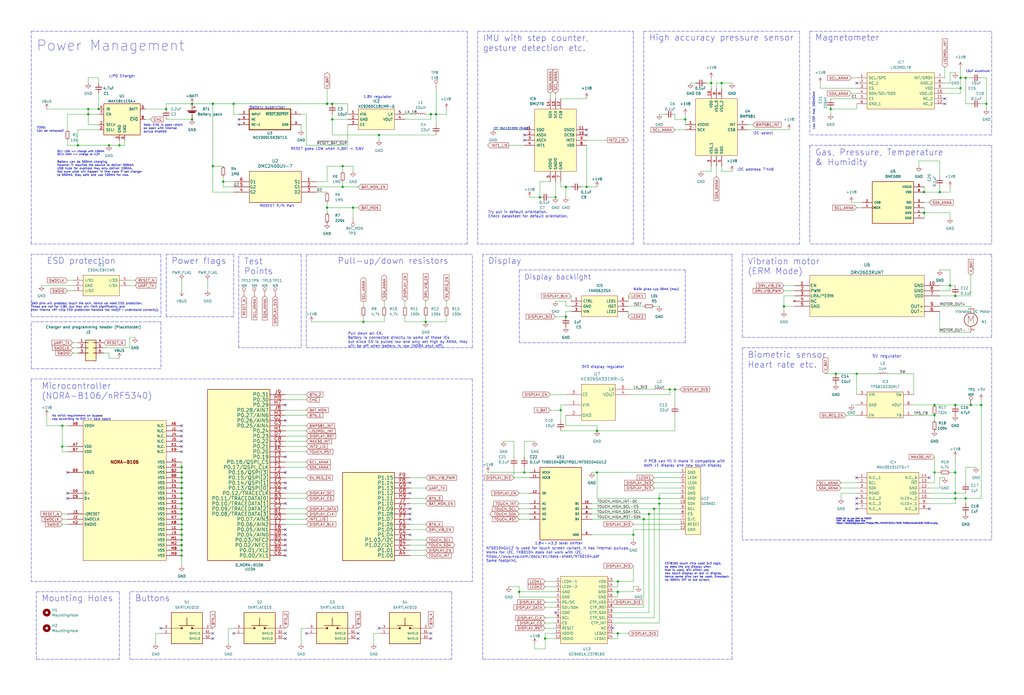
<source format=kicad_sch>
(kicad_sch (version 20211123) (generator eeschema)
  (paper "User" 500.99 340.004)
  (title_block (title "ZSWatch v2") (date "2023-01-26") (rev "0.2"))
  (junction (at 213.36 55.88))
  (junction (at 30.48 218.44))
  (junction (at 104.14 50.8))
  (junction (at 472.44 243.84))
  (junction (at 452.12 104.14))
  (junction (at 88.9 266.7))
  (junction (at 177.8 157.48))
  (junction (at 408.94 182.88))
  (junction (at 353.06 40.64))
  (junction (at 88.9 241.3))
  (junction (at 271.78 96.52))
  (junction (at 302.26 289.56))
  (junction (at 162.56 50.8))
  (junction (at 43.18 55.88))
  (junction (at 208.28 157.48))
  (junction (at 88.9 243.84))
  (junction (at 469.9 38.1))
  (junction (at 276.86 91.44))
  (junction (at 406.4 53.34))
  (junction (at 43.18 53.34))
  (junction (at 459.74 93.98))
  (junction (at 88.9 269.24))
  (junction (at 274.32 200.66))
  (junction (at 81.28 53.34))
  (junction (at 88.9 246.38))
  (junction (at 474.98 198.12))
  (junction (at 53.34 71.12))
  (junction (at 322.58 243.84))
  (junction (at 88.9 251.46))
  (junction (at 264.16 96.52))
  (junction (at 104.14 81.28))
  (junction (at 88.9 264.16))
  (junction (at 88.9 254))
  (junction (at 185.42 66.04))
  (junction (at 287.02 91.44))
  (junction (at 302.26 309.88))
  (junction (at 88.9 271.78))
  (junction (at 93.98 50.8))
  (junction (at 314.96 254))
  (junction (at 317.5 251.46))
  (junction (at 457.2 198.12))
  (junction (at 93.98 58.42))
  (junction (at 469.9 43.18))
  (junction (at 256.54 231.14))
  (junction (at 88.9 261.62))
  (junction (at 88.9 259.08))
  (junction (at 58.42 71.12))
  (junction (at 160.02 50.8))
  (junction (at 335.28 58.42))
  (junction (at 48.26 53.34))
  (junction (at 347.98 40.64))
  (junction (at 88.9 248.92))
  (junction (at 30.48 208.28))
  (junction (at 38.1 71.12))
  (junction (at 276.86 154.94))
  (junction (at 464.82 139.7))
  (junction (at 114.3 50.8))
  (junction (at 88.9 231.14))
  (junction (at 383.54 149.86))
  (junction (at 167.64 81.28))
  (junction (at 302.26 284.48))
  (junction (at 457.2 203.2))
  (junction (at 266.7 312.42))
  (junction (at 322.58 246.38))
  (junction (at 467.36 241.3))
  (junction (at 109.22 88.9))
  (junction (at 419.1 182.88))
  (junction (at 472.44 38.1))
  (junction (at 467.36 198.12))
  (junction (at 467.36 231.14))
  (junction (at 330.2 190.5))
  (junction (at 309.88 261.62))
  (junction (at 88.9 233.68))
  (junction (at 167.64 91.44))
  (junction (at 172.72 101.6))
  (junction (at 88.9 228.6))
  (junction (at 88.9 236.22))
  (junction (at 292.1 231.14))
  (junction (at 467.36 144.78))
  (junction (at 480.06 198.12))
  (junction (at 88.9 238.76))
  (junction (at 162.56 58.42))
  (junction (at 210.82 55.88))
  (junction (at 320.04 248.92))
  (junction (at 292.1 210.82))
  (junction (at 327.66 190.5))
  (junction (at 482.6 50.8))
  (junction (at 467.36 243.84))
  (junction (at 254 289.56))
  (junction (at 88.9 256.54))
  (junction (at 160.02 101.6))
  (junction (at 457.2 231.14))
  (junction (at 452.12 93.98))
  (no_connect (at 200.66 254))
  (no_connect (at 88.9 220.98))
  (no_connect (at 88.9 210.82))
  (no_connect (at 88.9 208.28))
  (no_connect (at 88.9 213.36))
  (no_connect (at 88.9 218.44))
  (no_connect (at 88.9 215.9))
  (no_connect (at 454.66 233.68))
  (no_connect (at 454.66 248.92))
  (no_connect (at 419.1 246.38))
  (no_connect (at 419.1 248.92))
  (no_connect (at 419.1 243.84))
  (no_connect (at 419.1 233.68))
  (no_connect (at 149.86 309.88))
  (no_connect (at 210.82 309.88))
  (no_connect (at 139.7 238.76))
  (no_connect (at 33.02 231.14))
  (no_connect (at 139.7 236.22))
  (no_connect (at 200.66 251.46))
  (no_connect (at 139.7 259.08))
  (no_connect (at 299.72 307.34))
  (no_connect (at 139.7 205.74))
  (no_connect (at 200.66 248.92))
  (no_connect (at 256.54 68.58))
  (no_connect (at 256.54 66.04))
  (no_connect (at 139.7 231.14))
  (no_connect (at 139.7 246.38))
  (no_connect (at 139.7 264.16))
  (no_connect (at 139.7 266.7))
  (no_connect (at 139.7 271.78))
  (no_connect (at 139.7 269.24))
  (no_connect (at 200.66 261.62))
  (no_connect (at 200.66 236.22))
  (no_connect (at 200.66 241.3))
  (no_connect (at 33.02 241.3))
  (no_connect (at 33.02 243.84))
  (no_connect (at 116.84 58.42))
  (no_connect (at 116.84 60.96))
  (no_connect (at 139.7 261.62))
  (no_connect (at 287.02 66.04))
  (no_connect (at 287.02 63.5))
  (no_connect (at 78.74 307.34))
  (no_connect (at 114.3 309.88))
  (no_connect (at 271.78 299.72))
  (no_connect (at 462.28 48.26))
  (no_connect (at 462.28 50.8))
  (no_connect (at 419.1 40.64))
  (no_connect (at 139.7 312.42))
  (no_connect (at 139.7 309.88))
  (no_connect (at 175.26 312.42))
  (no_connect (at 175.26 309.88))
  (no_connect (at 104.14 309.88))
  (no_connect (at 104.14 312.42))
  (no_connect (at 139.7 223.52))
  (no_connect (at 185.42 307.34))
  (no_connect (at 210.82 312.42))
  (no_connect (at 139.7 198.12))
  (wire (pts (xy 218.44 154.94) (xy 218.44 157.48)))
  (wire (pts (xy 459.74 139.7) (xy 464.82 139.7)))
  (wire (pts (xy 53.34 172.72) (xy 53.34 175.26)))
  (wire (pts (xy 264.16 88.9) (xy 264.16 96.52)))
  (polyline (pts (xy 114.3 154.94) (xy 81.28 154.94)))
  (wire (pts (xy 38.1 63.5) (xy 38.1 71.12)))
  (wire (pts (xy 53.34 175.26) (xy 58.42 175.26)))
  (wire (pts (xy 452.12 104.14) (xy 452.12 106.68)))
  (polyline (pts (xy 78.74 124.46) (xy 78.74 154.94)))
  (wire (pts (xy 182.88 309.88) (xy 182.88 314.96)))
  (polyline (pts (xy 231.14 185.42) (xy 231.14 284.48)))
  (wire (pts (xy 279.4 144.78) (xy 279.4 147.32)))
  (polyline (pts (xy 78.74 180.34) (xy 15.24 180.34)))
  (wire (pts (xy 111.76 307.34) (xy 111.76 314.96)))
  (wire (pts (xy 459.74 162.56) (xy 474.98 162.56)))
  (polyline (pts (xy 485.14 66.04) (xy 396.24 66.04)))
  (wire (pts (xy 104.14 93.98) (xy 104.14 81.28)))
  (polyline (pts (xy 116.84 170.18) (xy 116.84 124.46)))
  (wire (pts (xy 472.44 38.1) (xy 474.98 38.1)))
  (wire (pts (xy 467.36 243.84) (xy 472.44 243.84)))
  (wire (pts (xy 213.36 55.88) (xy 213.36 60.96)))
  (wire (pts (xy 266.7 284.48) (xy 271.78 284.48)))
  (wire (pts (xy 30.48 220.98) (xy 30.48 218.44)))
  (wire (pts (xy 274.32 200.66) (xy 274.32 198.12)))
  (polyline (pts (xy 17.78 289.56) (xy 58.42 289.56)))
  (wire (pts (xy 139.7 241.3) (xy 149.86 241.3)))
  (polyline (pts (xy 15.24 119.38) (xy 15.24 15.24)))
  (wire (pts (xy 299.72 289.56) (xy 302.26 289.56)))
  (wire (pts (xy 320.04 302.26) (xy 299.72 302.26)))
  (wire (pts (xy 467.36 198.12) (xy 474.98 198.12)))
  (wire (pts (xy 114.3 307.34) (xy 111.76 307.34)))
  (wire (pts (xy 464.82 35.56) (xy 467.36 35.56)))
  (wire (pts (xy 320.04 248.92) (xy 332.74 248.92)))
  (wire (pts (xy 20.32 139.7) (xy 35.56 139.7)))
  (wire (pts (xy 58.42 68.58) (xy 58.42 71.12)))
  (polyline (pts (xy 147.32 170.18) (xy 116.84 170.18)))
  (wire (pts (xy 271.78 292.1) (xy 254 292.1)))
  (wire (pts (xy 353.06 40.64) (xy 358.14 40.64)))
  (wire (pts (xy 274.32 48.26) (xy 287.02 48.26)))
  (wire (pts (xy 104.14 50.8) (xy 114.3 50.8)))
  (wire (pts (xy 170.18 71.12) (xy 170.18 60.96)))
  (wire (pts (xy 43.18 38.1) (xy 48.26 38.1)))
  (wire (pts (xy 299.72 292.1) (xy 302.26 292.1)))
  (wire (pts (xy 43.18 60.96) (xy 43.18 55.88)))
  (wire (pts (xy 203.2 55.88) (xy 198.12 55.88)))
  (wire (pts (xy 467.36 231.14) (xy 467.36 241.3)))
  (polyline (pts (xy 78.74 157.48) (xy 78.74 180.34)))
  (wire (pts (xy 139.7 228.6) (xy 149.86 228.6)))
  (wire (pts (xy 254 248.92) (xy 259.08 248.92)))
  (wire (pts (xy 276.86 203.2) (xy 276.86 208.28)))
  (wire (pts (xy 35.56 167.64) (xy 38.1 167.64)))
  (polyline (pts (xy 254 132.08) (xy 335.28 132.08)))
  (wire (pts (xy 172.72 101.6) (xy 172.72 106.68)))
  (wire (pts (xy 66.04 165.1) (xy 63.5 165.1)))
  (wire (pts (xy 172.72 101.6) (xy 175.26 101.6)))
  (wire (pts (xy 63.5 139.7) (xy 66.04 139.7)))
  (polyline (pts (xy 358.14 322.58) (xy 358.14 124.46)))
  (wire (pts (xy 160.02 81.28) (xy 167.64 81.28)))
  (wire (pts (xy 88.9 236.22) (xy 88.9 238.76)))
  (wire (pts (xy 330.2 190.5) (xy 330.2 198.12)))
  (wire (pts (xy 330.2 190.5) (xy 332.74 190.5)))
  (wire (pts (xy 289.56 254) (xy 314.96 254)))
  (wire (pts (xy 198.12 154.94) (xy 198.12 157.48)))
  (wire (pts (xy 353.06 43.18) (xy 353.06 40.64)))
  (wire (pts (xy 292.1 231.14) (xy 332.74 231.14)))
  (wire (pts (xy 30.48 251.46) (xy 33.02 251.46)))
  (wire (pts (xy 33.02 55.88) (xy 43.18 55.88)))
  (polyline (pts (xy 114.3 124.46) (xy 114.3 154.94)))
  (wire (pts (xy 266.7 297.18) (xy 271.78 297.18)))
  (wire (pts (xy 416.56 99.06) (xy 421.64 99.06)))
  (wire (pts (xy 88.9 264.16) (xy 88.9 266.7)))
  (wire (pts (xy 322.58 241.3) (xy 322.58 243.84)))
  (polyline (pts (xy 17.78 322.58) (xy 17.78 289.56)))
  (wire (pts (xy 139.7 210.82) (xy 149.86 210.82)))
  (wire (pts (xy 43.18 53.34) (xy 43.18 55.88)))
  (wire (pts (xy 327.66 190.5) (xy 330.2 190.5)))
  (wire (pts (xy 325.12 190.5) (xy 327.66 190.5)))
  (polyline (pts (xy 309.88 119.38) (xy 233.68 119.38)))
  (wire (pts (xy 167.64 88.9) (xy 167.64 91.44)))
  (wire (pts (xy 139.7 193.04) (xy 149.86 193.04)))
  (wire (pts (xy 261.62 317.5) (xy 266.7 317.5)))
  (wire (pts (xy 276.86 91.44) (xy 279.4 91.44)))
  (wire (pts (xy 38.1 63.5) (xy 48.26 63.5)))
  (wire (pts (xy 208.28 147.32) (xy 208.28 149.86)))
  (polyline (pts (xy 220.98 289.56) (xy 63.5 289.56)))
  (wire (pts (xy 388.62 144.78) (xy 383.54 144.78)))
  (wire (pts (xy 88.9 248.92) (xy 88.9 251.46)))
  (wire (pts (xy 104.14 81.28) (xy 109.22 81.28)))
  (wire (pts (xy 33.02 68.58) (xy 33.02 71.12)))
  (wire (pts (xy 322.58 246.38) (xy 332.74 246.38)))
  (wire (pts (xy 177.8 147.32) (xy 177.8 149.86)))
  (polyline (pts (xy 363.22 124.46) (xy 363.22 165.1)))
  (wire (pts (xy 63.5 170.18) (xy 50.8 170.18)))
  (wire (pts (xy 322.58 243.84) (xy 332.74 243.84)))
  (wire (pts (xy 406.4 48.26) (xy 419.1 48.26)))
  (wire (pts (xy 416.56 45.72) (xy 419.1 45.72)))
  (wire (pts (xy 454.66 246.38) (xy 467.36 246.38)))
  (wire (pts (xy 48.26 53.34) (xy 43.18 53.34)))
  (wire (pts (xy 457.2 198.12) (xy 467.36 198.12)))
  (polyline (pts (xy 231.14 284.48) (xy 15.24 284.48)))
  (polyline (pts (xy 314.96 15.24) (xy 314.96 119.38)))
  (wire (pts (xy 147.32 55.88) (xy 149.86 55.88)))
  (wire (pts (xy 198.12 157.48) (xy 208.28 157.48)))
  (wire (pts (xy 317.5 251.46) (xy 332.74 251.46)))
  (wire (pts (xy 147.32 60.96) (xy 147.32 63.5)))
  (wire (pts (xy 218.44 157.48) (xy 208.28 157.48)))
  (wire (pts (xy 452.12 91.44) (xy 452.12 93.98)))
  (wire (pts (xy 279.4 149.86) (xy 276.86 149.86)))
  (wire (pts (xy 185.42 66.04) (xy 213.36 66.04)))
  (polyline (pts (xy 396.24 71.12) (xy 396.24 119.38)))
  (wire (pts (xy 322.58 55.88) (xy 325.12 55.88)))
  (wire (pts (xy 309.88 276.86) (xy 309.88 284.48)))
  (wire (pts (xy 274.32 88.9) (xy 274.32 91.44)))
  (wire (pts (xy 88.9 228.6) (xy 88.9 231.14)))
  (wire (pts (xy 320.04 149.86) (xy 322.58 149.86)))
  (polyline (pts (xy 309.88 15.24) (xy 309.88 119.38)))
  (wire (pts (xy 472.44 243.84) (xy 480.06 243.84)))
  (wire (pts (xy 292.1 231.14) (xy 292.1 243.84)))
  (wire (pts (xy 353.06 81.28) (xy 353.06 83.82)))
  (wire (pts (xy 276.86 147.32) (xy 271.78 147.32)))
  (wire (pts (xy 469.9 45.72) (xy 469.9 43.18)))
  (wire (pts (xy 289.56 246.38) (xy 322.58 246.38)))
  (wire (pts (xy 88.9 254) (xy 88.9 256.54)))
  (wire (pts (xy 63.5 165.1) (xy 63.5 170.18)))
  (wire (pts (xy 152.4 157.48) (xy 177.8 157.48)))
  (polyline (pts (xy 231.14 185.42) (xy 15.24 185.42)))
  (wire (pts (xy 170.18 50.8) (xy 162.56 50.8)))
  (polyline (pts (xy 233.68 15.24) (xy 309.88 15.24)))
  (wire (pts (xy 312.42 287.02) (xy 309.88 287.02)))
  (wire (pts (xy 254 251.46) (xy 259.08 251.46)))
  (polyline (pts (xy 391.16 119.38) (xy 314.96 119.38)))
  (wire (pts (xy 457.2 203.2) (xy 457.2 205.74)))
  (wire (pts (xy 50.8 172.72) (xy 53.34 172.72)))
  (wire (pts (xy 88.9 246.38) (xy 88.9 248.92)))
  (wire (pts (xy 88.9 256.54) (xy 88.9 259.08)))
  (wire (pts (xy 330.2 63.5) (xy 335.28 63.5)))
  (polyline (pts (xy 363.22 170.18) (xy 485.14 170.18)))
  (wire (pts (xy 266.7 309.88) (xy 271.78 309.88)))
  (wire (pts (xy 279.4 152.4) (xy 276.86 152.4)))
  (wire (pts (xy 309.88 289.56) (xy 302.26 289.56)))
  (wire (pts (xy 114.3 55.88) (xy 114.3 50.8)))
  (wire (pts (xy 71.12 53.34) (xy 81.28 53.34)))
  (wire (pts (xy 447.04 182.88) (xy 447.04 193.04)))
  (polyline (pts (xy 335.28 132.08) (xy 335.28 167.64)))
  (wire (pts (xy 480.06 50.8) (xy 482.6 50.8)))
  (wire (pts (xy 459.74 91.44) (xy 459.74 93.98)))
  (wire (pts (xy 467.36 241.3) (xy 472.44 241.3)))
  (wire (pts (xy 160.02 99.06) (xy 160.02 101.6)))
  (wire (pts (xy 154.94 91.44) (xy 167.64 91.44)))
  (polyline (pts (xy 254 132.08) (xy 254 167.64)))
  (wire (pts (xy 271.78 154.94) (xy 276.86 154.94)))
  (wire (pts (xy 411.48 236.22) (xy 419.1 236.22)))
  (wire (pts (xy 33.02 71.12) (xy 38.1 71.12)))
  (wire (pts (xy 109.22 88.9) (xy 109.22 91.44)))
  (wire (pts (xy 464.82 106.68) (xy 464.82 104.14)))
  (wire (pts (xy 30.48 218.44) (xy 33.02 218.44)))
  (wire (pts (xy 330.2 55.88) (xy 330.2 58.42)))
  (polyline (pts (xy 81.28 154.94) (xy 81.28 124.46)))
  (wire (pts (xy 347.98 38.1) (xy 347.98 40.64)))
  (wire (pts (xy 419.1 182.88) (xy 429.26 182.88)))
  (wire (pts (xy 274.32 198.12) (xy 276.86 198.12)))
  (wire (pts (xy 480.06 38.1) (xy 482.6 38.1)))
  (polyline (pts (xy 335.28 167.64) (xy 254 167.64)))
  (wire (pts (xy 467.36 243.84) (xy 467.36 246.38)))
  (wire (pts (xy 330.2 58.42) (xy 335.28 58.42)))
  (wire (pts (xy 271.78 45.72) (xy 271.78 48.26)))
  (wire (pts (xy 317.5 299.72) (xy 299.72 299.72)))
  (polyline (pts (xy 485.14 124.46) (xy 363.22 124.46)))
  (wire (pts (xy 289.56 261.62) (xy 309.88 261.62)))
  (polyline (pts (xy 228.6 119.38) (xy 15.24 119.38)))
  (wire (pts (xy 416.56 198.12) (xy 419.1 198.12)))
  (wire (pts (xy 43.18 40.64) (xy 43.18 38.1)))
  (wire (pts (xy 22.86 208.28) (xy 30.48 208.28)))
  (wire (pts (xy 200.66 243.84) (xy 208.28 243.84)))
  (wire (pts (xy 365.76 60.96) (xy 368.3 60.96)))
  (wire (pts (xy 419.1 241.3) (xy 411.48 241.3)))
  (wire (pts (xy 452.12 99.06) (xy 454.66 99.06)))
  (wire (pts (xy 307.34 149.86) (xy 314.96 149.86)))
  (wire (pts (xy 33.02 137.16) (xy 35.56 137.16)))
  (wire (pts (xy 411.48 241.3) (xy 411.48 243.84)))
  (wire (pts (xy 459.74 149.86) (xy 474.98 149.86)))
  (wire (pts (xy 160.02 43.18) (xy 160.02 50.8)))
  (wire (pts (xy 287.02 91.44) (xy 287.02 71.12)))
  (polyline (pts (xy 236.22 124.46) (xy 236.22 322.58)))
  (wire (pts (xy 314.96 254) (xy 332.74 254)))
  (wire (pts (xy 35.56 172.72) (xy 38.1 172.72)))
  (wire (pts (xy 200.66 233.68) (xy 208.28 233.68)))
  (wire (pts (xy 482.6 38.1) (xy 482.6 50.8)))
  (wire (pts (xy 254 292.1) (xy 254 289.56)))
  (wire (pts (xy 246.38 215.9) (xy 251.46 215.9)))
  (wire (pts (xy 172.72 81.28) (xy 167.64 81.28)))
  (wire (pts (xy 459.74 132.08) (xy 464.82 132.08)))
  (wire (pts (xy 43.18 60.96) (xy 48.26 60.96)))
  (wire (pts (xy 419.1 101.6) (xy 421.64 101.6)))
  (wire (pts (xy 88.9 269.24) (xy 88.9 271.78)))
  (wire (pts (xy 139.7 226.06) (xy 149.86 226.06)))
  (wire (pts (xy 218.44 55.88) (xy 218.44 53.34)))
  (wire (pts (xy 457.2 231.14) (xy 457.2 236.22)))
  (wire (pts (xy 350.52 81.28) (xy 350.52 86.36)))
  (polyline (pts (xy 485.14 15.24) (xy 485.14 66.04)))
  (wire (pts (xy 388.62 149.86) (xy 383.54 149.86)))
  (wire (pts (xy 170.18 58.42) (xy 162.56 58.42)))
  (wire (pts (xy 22.86 203.2) (xy 22.86 208.28)))
  (wire (pts (xy 309.88 259.08) (xy 309.88 261.62)))
  (wire (pts (xy 200.66 266.7) (xy 208.28 266.7)))
  (polyline (pts (xy 236.22 322.58) (xy 358.14 322.58)))
  (wire (pts (xy 269.24 45.72) (xy 269.24 48.26)))
  (wire (pts (xy 472.44 236.22) (xy 472.44 228.6)))
  (wire (pts (xy 302.26 309.88) (xy 307.34 309.88)))
  (wire (pts (xy 469.9 38.1) (xy 472.44 38.1)))
  (wire (pts (xy 459.74 142.24) (xy 464.82 142.24)))
  (wire (pts (xy 139.7 251.46) (xy 149.86 251.46)))
  (wire (pts (xy 198.12 58.42) (xy 210.82 58.42)))
  (polyline (pts (xy 314.96 15.24) (xy 391.16 15.24)))
  (wire (pts (xy 408.94 182.88) (xy 419.1 182.88)))
  (wire (pts (xy 139.7 243.84) (xy 149.86 243.84)))
  (wire (pts (xy 101.6 137.16) (xy 101.6 142.24)))
  (wire (pts (xy 289.56 248.92) (xy 320.04 248.92)))
  (wire (pts (xy 383.54 144.78) (xy 383.54 149.86)))
  (polyline (pts (xy 15.24 157.48) (xy 78.74 157.48)))
  (wire (pts (xy 177.8 154.94) (xy 177.8 157.48)))
  (polyline (pts (xy 116.84 124.46) (xy 147.32 124.46)))
  (wire (pts (xy 38.1 71.12) (xy 53.34 71.12)))
  (wire (pts (xy 309.88 256.54) (xy 332.74 256.54)))
  (wire (pts (xy 472.44 228.6) (xy 477.52 228.6)))
  (wire (pts (xy 241.3 63.5) (xy 256.54 63.5)))
  (wire (pts (xy 332.74 241.3) (xy 322.58 241.3)))
  (wire (pts (xy 200.66 259.08) (xy 208.28 259.08)))
  (wire (pts (xy 467.36 223.52) (xy 467.36 231.14)))
  (polyline (pts (xy 485.14 119.38) (xy 396.24 119.38)))
  (polyline (pts (xy 220.98 322.58) (xy 63.5 322.58)))
  (wire (pts (xy 30.48 256.54) (xy 33.02 256.54)))
  (polyline (pts (xy 485.14 71.12) (xy 485.14 119.38)))
  (wire (pts (xy 88.9 238.76) (xy 88.9 241.3)))
  (wire (pts (xy 287.02 91.44) (xy 292.1 91.44)))
  (wire (pts (xy 414.02 203.2) (xy 419.1 203.2)))
  (wire (pts (xy 322.58 246.38) (xy 322.58 304.8)))
  (polyline (pts (xy 15.24 180.34) (xy 15.24 157.48)))
  (wire (pts (xy 309.88 261.62) (xy 309.88 264.16)))
  (polyline (pts (xy 231.14 170.18) (xy 231.14 124.46)))
  (wire (pts (xy 271.78 96.52) (xy 269.24 96.52)))
  (wire (pts (xy 160.02 50.8) (xy 162.56 50.8)))
  (polyline (pts (xy 231.14 124.46) (xy 149.86 124.46)))
  (wire (pts (xy 30.48 218.44) (xy 30.48 208.28)))
  (wire (pts (xy 256.54 228.6) (xy 256.54 231.14)))
  (wire (pts (xy 462.28 45.72) (xy 469.9 45.72)))
  (wire (pts (xy 419.1 182.88) (xy 419.1 193.04)))
  (wire (pts (xy 254 289.56) (xy 271.78 289.56)))
  (wire (pts (xy 320.04 238.76) (xy 332.74 238.76)))
  (wire (pts (xy 266.7 294.64) (xy 271.78 294.64)))
  (wire (pts (xy 365.76 63.5) (xy 386.08 63.5)))
  (wire (pts (xy 308.61 193.04) (xy 327.66 193.04)))
  (wire (pts (xy 302.26 284.48) (xy 309.88 284.48)))
  (wire (pts (xy 464.82 139.7) (xy 467.36 139.7)))
  (wire (pts (xy 162.56 58.42) (xy 162.56 66.04)))
  (wire (pts (xy 187.96 157.48) (xy 177.8 157.48)))
  (wire (pts (xy 160.02 93.98) (xy 154.94 93.98)))
  (wire (pts (xy 248.92 71.12) (xy 256.54 71.12)))
  (wire (pts (xy 251.46 228.6) (xy 251.46 233.68)))
  (wire (pts (xy 88.9 271.78) (xy 88.9 276.86)))
  (wire (pts (xy 139.7 248.92) (xy 149.86 248.92)))
  (wire (pts (xy 350.52 40.64) (xy 353.06 40.64)))
  (wire (pts (xy 139.7 254) (xy 149.86 254)))
  (wire (pts (xy 238.76 231.14) (xy 256.54 231.14)))
  (wire (pts (xy 266.7 302.26) (xy 271.78 302.26)))
  (wire (pts (xy 401.32 40.64) (xy 401.32 43.18)))
  (wire (pts (xy 33.02 220.98) (xy 30.48 220.98)))
  (wire (pts (xy 462.28 43.18) (xy 469.9 43.18)))
  (wire (pts (xy 287.02 68.58) (xy 297.18 68.58)))
  (polyline (pts (xy 15.24 185.42) (xy 15.24 284.48)))
  (wire (pts (xy 254 254) (xy 259.08 254)))
  (wire (pts (xy 149.86 55.88) (xy 149.86 71.12)))
  (wire (pts (xy 200.66 271.78) (xy 208.28 271.78)))
  (polyline (pts (xy 15.24 124.46) (xy 78.74 124.46)))
  (wire (pts (xy 308.61 190.5) (xy 320.04 190.5)))
  (wire (pts (xy 200.66 256.54) (xy 208.28 256.54)))
  (wire (pts (xy 292.1 210.82) (xy 330.2 210.82)))
  (polyline (pts (xy 363.22 170.18) (xy 363.22 264.16)))
  (wire (pts (xy 261.62 317.5) (xy 261.62 314.96)))
  (wire (pts (xy 347.98 43.18) (xy 347.98 40.64)))
  (wire (pts (xy 459.74 93.98) (xy 452.12 93.98)))
  (polyline (pts (xy 396.24 15.24) (xy 396.24 66.04)))
  (wire (pts (xy 307.34 154.94) (xy 307.34 152.4)))
  (wire (pts (xy 88.9 231.14) (xy 88.9 233.68)))
  (wire (pts (xy 139.7 208.28) (xy 149.86 208.28)))
  (wire (pts (xy 266.7 309.88) (xy 266.7 312.42)))
  (wire (pts (xy 81.28 58.42) (xy 93.98 58.42)))
  (wire (pts (xy 383.54 149.86) (xy 383.54 152.4)))
  (wire (pts (xy 454.66 238.76) (xy 459.74 238.76)))
  (wire (pts (xy 109.22 91.44) (xy 114.3 91.44)))
  (wire (pts (xy 434.34 182.88) (xy 447.04 182.88)))
  (wire (pts (xy 200.66 246.38) (xy 208.28 246.38)))
  (wire (pts (xy 259.08 96.52) (xy 264.16 96.52)))
  (wire (pts (xy 449.58 78.74) (xy 459.74 78.74)))
  (wire (pts (xy 22.86 53.34) (xy 43.18 53.34)))
  (wire (pts (xy 401.32 43.18) (xy 419.1 43.18)))
  (wire (pts (xy 320.04 233.68) (xy 332.74 233.68)))
  (wire (pts (xy 172.72 83.82) (xy 172.72 81.28)))
  (wire (pts (xy 266.7 307.34) (xy 271.78 307.34)))
  (wire (pts (xy 302.26 292.1) (xy 302.26 289.56)))
  (wire (pts (xy 320.04 248.92) (xy 320.04 302.26)))
  (wire (pts (xy 309.88 287.02) (xy 309.88 289.56)))
  (wire (pts (xy 454.66 236.22) (xy 457.2 236.22)))
  (wire (pts (xy 474.98 144.78) (xy 474.98 134.62)))
  (wire (pts (xy 347.98 83.82) (xy 342.9 83.82)))
  (wire (pts (xy 139.7 215.9) (xy 149.86 215.9)))
  (wire (pts (xy 459.74 78.74) (xy 459.74 86.36)))
  (wire (pts (xy 289.56 251.46) (xy 317.5 251.46)))
  (wire (pts (xy 187.96 154.94) (xy 187.96 157.48)))
  (wire (pts (xy 447.04 198.12) (xy 457.2 198.12)))
  (wire (pts (xy 459.74 238.76) (xy 459.74 233.68)))
  (polyline (pts (xy 147.32 124.46) (xy 147.32 170.18)))
  (polyline (pts (xy 485.14 124.46) (xy 485.14 165.1)))
  (wire (pts (xy 335.28 58.42) (xy 335.28 60.96)))
  (polyline (pts (xy 358.14 124.46) (xy 236.22 124.46)))
  (wire (pts (xy 299.72 297.18) (xy 314.96 297.18)))
  (wire (pts (xy 256.54 215.9) (xy 261.62 215.9)))
  (wire (pts (xy 218.44 147.32) (xy 218.44 149.86)))
  (wire (pts (xy 208.28 154.94) (xy 208.28 157.48)))
  (wire (pts (xy 464.82 142.24) (xy 464.82 139.7)))
  (wire (pts (xy 251.46 233.68) (xy 259.08 233.68)))
  (wire (pts (xy 480.06 195.58) (xy 480.06 198.12)))
  (wire (pts (xy 109.22 88.9) (xy 114.3 88.9)))
  (wire (pts (xy 88.9 226.06) (xy 88.9 228.6)))
  (polyline (pts (xy 15.24 15.24) (xy 228.6 15.24)))
  (wire (pts (xy 469.9 43.18) (xy 469.9 38.1)))
  (wire (pts (xy 274.32 91.44) (xy 276.86 91.44)))
  (polyline (pts (xy 58.42 289.56) (xy 58.42 322.58)))
  (wire (pts (xy 459.74 231.14) (xy 457.2 231.14)))
  (wire (pts (xy 254 246.38) (xy 259.08 246.38)))
  (wire (pts (xy 480.06 198.12) (xy 480.06 243.84)))
  (wire (pts (xy 93.98 50.8) (xy 104.14 50.8)))
  (wire (pts (xy 464.82 91.44) (xy 464.82 93.98)))
  (polyline (pts (xy 149.86 170.18) (xy 231.14 170.18)))
  (wire (pts (xy 139.7 218.44) (xy 149.86 218.44)))
  (wire (pts (xy 139.7 256.54) (xy 149.86 256.54)))
  (polyline (pts (xy 485.14 170.18) (xy 485.14 264.16)))
  (wire (pts (xy 48.26 40.64) (xy 48.26 38.1)))
  (wire (pts (xy 160.02 101.6) (xy 160.02 104.14)))
  (wire (pts (xy 81.28 50.8) (xy 93.98 50.8)))
  (wire (pts (xy 406.4 53.34) (xy 419.1 53.34)))
  (wire (pts (xy 472.44 50.8) (xy 474.98 50.8)))
  (wire (pts (xy 114.3 50.8) (xy 160.02 50.8)))
  (wire (pts (xy 299.72 312.42) (xy 302.26 312.42)))
  (wire (pts (xy 327.66 193.04) (xy 327.66 190.5)))
  (wire (pts (xy 139.7 203.2) (xy 149.86 203.2)))
  (wire (pts (xy 269.24 88.9) (xy 264.16 88.9)))
  (wire (pts (xy 170.18 55.88) (xy 170.18 50.8)))
  (wire (pts (xy 299.72 304.8) (xy 322.58 304.8)))
  (polyline (pts (xy 391.16 15.24) (xy 391.16 119.38)))
  (wire (pts (xy 104.14 50.8) (xy 104.14 81.28)))
  (wire (pts (xy 347.98 81.28) (xy 347.98 83.82)))
  (polyline (pts (xy 396.24 71.12) (xy 485.14 71.12)))
  (wire (pts (xy 63.5 137.16) (xy 66.04 137.16)))
  (polyline (pts (xy 363.22 165.1) (xy 485.14 165.1)))
  (wire (pts (xy 88.9 241.3) (xy 88.9 243.84)))
  (wire (pts (xy 187.96 147.32) (xy 187.96 149.86)))
  (wire (pts (xy 299.72 309.88) (xy 302.26 309.88)))
  (wire (pts (xy 454.66 241.3) (xy 467.36 241.3)))
  (wire (pts (xy 459.74 93.98) (xy 464.82 93.98)))
  (wire (pts (xy 457.2 223.52) (xy 457.2 231.14)))
  (wire (pts (xy 411.48 238.76) (xy 419.1 238.76)))
  (polyline (pts (xy 233.68 15.24) (xy 233.68 119.38)))
  (wire (pts (xy 73.66 58.42) (xy 71.12 58.42)))
  (wire (pts (xy 160.02 88.9) (xy 154.94 88.9)))
  (wire (pts (xy 276.86 152.4) (xy 276.86 154.94)))
  (wire (pts (xy 160.02 101.6) (xy 172.72 101.6)))
  (wire (pts (xy 149.86 307.34) (xy 147.32 307.34)))
  (polyline (pts (xy 396.24 15.24) (xy 485.14 15.24)))
  (wire (pts (xy 254 287.02) (xy 254 289.56)))
  (wire (pts (xy 299.72 287.02) (xy 302.26 287.02)))
  (wire (pts (xy 266.7 317.5) (xy 266.7 312.42)))
  (wire (pts (xy 266.7 312.42) (xy 271.78 312.42)))
  (wire (pts (xy 467.36 144.78) (xy 474.98 144.78)))
  (wire (pts (xy 462.28 33.02) (xy 462.28 38.1)))
  (wire (pts (xy 350.52 43.18) (xy 350.52 40.64)))
  (polyline (pts (xy 81.28 124.46) (xy 114.3 124.46)))
  (wire (pts (xy 182.88 309.88) (xy 185.42 309.88)))
  (polyline (pts (xy 15.24 154.94) (xy 15.24 124.46)))
  (wire (pts (xy 251.46 215.9) (xy 251.46 223.52)))
  (polyline (pts (xy 485.14 264.16) (xy 363.22 264.16)))
  (wire (pts (xy 30.48 208.28) (xy 33.02 208.28)))
  (wire (pts (xy 76.2 309.88) (xy 78.74 309.88)))
  (wire (pts (xy 347.98 40.64) (xy 345.44 40.64)))
  (wire (pts (xy 459.74 144.78) (xy 467.36 144.78)))
  (wire (pts (xy 474.98 198.12) (xy 480.06 198.12)))
  (wire (pts (xy 274.32 210.82) (xy 292.1 210.82)))
  (wire (pts (xy 33.02 63.5) (xy 33.02 55.88)))
  (wire (pts (xy 162.56 55.88) (xy 162.56 58.42)))
  (wire (pts (xy 200.66 238.76) (xy 208.28 238.76)))
  (wire (pts (xy 167.64 83.82) (xy 167.64 81.28)))
  (wire (pts (xy 269.24 193.04) (xy 276.86 193.04)))
  (wire (pts (xy 213.36 55.88) (xy 218.44 55.88)))
  (wire (pts (xy 289.56 231.14) (xy 292.1 231.14)))
  (wire (pts (xy 353.06 83.82) (xy 358.14 83.82)))
  (wire (pts (xy 472.44 243.84) (xy 472.44 246.38)))
  (polyline (pts (xy 149.86 124.46) (xy 149.86 170.18)))
  (wire (pts (xy 464.82 231.14) (xy 467.36 231.14)))
  (wire (pts (xy 330.2 203.2) (xy 330.2 210.82)))
  (wire (pts (xy 337.82 40.64) (xy 340.36 40.64)))
  (wire (pts (xy 104.14 93.98) (xy 114.3 93.98)))
  (wire (pts (xy 462.28 40.64) (xy 464.82 40.64)))
  (wire (pts (xy 33.02 142.24) (xy 35.56 142.24)))
  (wire (pts (xy 35.56 170.18) (xy 38.1 170.18)))
  (wire (pts (xy 149.86 71.12) (xy 170.18 71.12)))
  (wire (pts (xy 185.42 66.04) (xy 185.42 68.58)))
  (wire (pts (xy 254 241.3) (xy 259.08 241.3)))
  (polyline (pts (xy 220.98 289.56) (xy 220.98 322.58)))
  (wire (pts (xy 276.86 91.44) (xy 276.86 96.52)))
  (wire (pts (xy 320.04 236.22) (xy 332.74 236.22)))
  (wire (pts (xy 302.26 287.02) (xy 302.26 284.48)))
  (wire (pts (xy 464.82 104.14) (xy 452.12 104.14)))
  (wire (pts (xy 454.66 243.84) (xy 467.36 243.84)))
  (wire (pts (xy 302.26 284.48) (xy 299.72 284.48)))
  (wire (pts (xy 464.82 132.08) (xy 464.82 139.7)))
  (wire (pts (xy 200.66 264.16) (xy 208.28 264.16)))
  (wire (pts (xy 48.26 53.34) (xy 48.26 45.72)))
  (wire (pts (xy 248.92 287.02) (xy 254 287.02)))
  (wire (pts (xy 114.3 55.88) (xy 116.84 55.88)))
  (wire (pts (xy 88.9 243.84) (xy 88.9 246.38)))
  (wire (pts (xy 88.9 251.46) (xy 88.9 254)))
  (wire (pts (xy 88.9 233.68) (xy 88.9 236.22)))
  (wire (pts (xy 452.12 101.6) (xy 452.12 104.14)))
  (wire (pts (xy 139.7 200.66) (xy 149.86 200.66)))
  (wire (pts (xy 284.48 91.44) (xy 287.02 91.44)))
  (wire (pts (xy 482.6 53.34) (xy 482.6 50.8)))
  (wire (pts (xy 449.58 81.28) (xy 449.58 78.74)))
  (polyline (pts (xy 63.5 289.56) (xy 63.5 322.58)))
  (wire (pts (xy 88.9 137.16) (xy 88.9 142.24)))
  (wire (pts (xy 167.64 91.44) (xy 175.26 91.44)))
  (wire (pts (xy 88.9 266.7) (xy 88.9 269.24)))
  (wire (pts (xy 30.48 254) (xy 33.02 254)))
  (wire (pts (xy 314.96 254) (xy 314.96 297.18)))
  (wire (pts (xy 139.7 213.36) (xy 149.86 213.36)))
  (polyline (pts (xy 58.42 322.58) (xy 17.78 322.58)))
  (wire (pts (xy 276.86 208.28) (xy 292.1 208.28)))
  (wire (pts (xy 266.7 304.8) (xy 271.78 304.8)))
  (wire (pts (xy 60.96 68.58) (xy 60.96 71.12)))
  (polyline (pts (xy 78.74 154.94) (xy 15.24 154.94)))
  (wire (pts (xy 162.56 66.04) (xy 185.42 66.04)))
  (wire (pts (xy 332.74 259.08) (xy 309.88 259.08)))
  (wire (pts (xy 459.74 152.4) (xy 459.74 162.56)))
  (wire (pts (xy 469.9 38.1) (xy 469.9 33.02)))
  (wire (pts (xy 256.54 223.52) (xy 256.54 215.9)))
  (wire (pts (xy 383.54 139.7) (xy 388.62 139.7)))
  (wire (pts (xy 472.44 38.1) (xy 472.44 50.8)))
  (wire (pts (xy 459.74 233.68) (xy 462.28 233.68)))
  (polyline (pts (xy 228.6 15.24) (xy 228.6 119.38)))
  (wire (pts (xy 200.66 269.24) (xy 208.28 269.24)))
  (wire (pts (xy 271.78 88.9) (xy 271.78 96.52)))
  (wire (pts (xy 210.82 58.42) (xy 210.82 55.88)))
  (wire (pts (xy 292.1 243.84) (xy 322.58 243.84)))
  (wire (pts (xy 276.86 149.86) (xy 276.86 147.32)))
  (wire (pts (xy 81.28 53.34) (xy 81.28 50.8)))
  (wire (pts (xy 464.82 40.64) (xy 464.82 35.56)))
  (wire (pts (xy 88.9 259.08) (xy 88.9 261.62)))
  (wire (pts (xy 139.7 220.98) (xy 149.86 220.98)))
  (wire (pts (xy 335.28 55.88) (xy 335.28 58.42)))
  (wire (pts (xy 43.18 55.88) (xy 48.26 55.88)))
  (wire (pts (xy 88.9 261.62) (xy 88.9 264.16)))
  (wire (pts (xy 307.34 144.78) (xy 307.34 147.32)))
  (wire (pts (xy 403.86 182.88) (xy 408.94 182.88)))
  (wire (pts (xy 147.32 307.34) (xy 147.32 314.96)))
  (wire (pts (xy 213.36 43.18) (xy 213.36 55.88)))
  (wire (pts (xy 160.02 81.28) (xy 160.02 88.9)))
  (wire (pts (xy 139.7 233.68) (xy 149.86 233.68)))
  (wire (pts (xy 419.1 50.8) (xy 419.1 53.34)))
  (wire (pts (xy 416.56 38.1) (xy 419.1 38.1)))
  (wire (pts (xy 210.82 55.88) (xy 213.36 55.88)))
  (wire (pts (xy 302.26 312.42) (xy 302.26 309.88)))
  (wire (pts (xy 109.22 86.36) (xy 109.22 88.9)))
  (wire (pts (xy 256.54 231.14) (xy 259.08 231.14)))
  (wire (pts (xy 60.96 71.12) (xy 58.42 71.12)))
  (wire (pts (xy 383.54 142.24) (xy 388.62 142.24)))
  (wire (pts (xy 266.7 287.02) (xy 271.78 287.02)))
  (wire (pts (xy 447.04 203.2) (xy 457.2 203.2)))
  (wire (pts (xy 198.12 147.32) (xy 198.12 149.86)))
  (wire (pts (xy 317.5 251.46) (xy 317.5 299.72)))
  (wire (pts (xy 208.28 55.88) (xy 210.82 55.88)))
  (wire (pts (xy 76.2 309.88) (xy 76.2 314.96)))
  (wire (pts (xy 292.1 208.28) (xy 292.1 210.82)))
  (wire (pts (xy 406.4 53.34) (xy 406.4 55.88)))
  (wire (pts (xy 53.34 71.12) (xy 58.42 71.12)))
  (wire (pts (xy 274.32 205.74) (xy 274.32 200.66)))
  (wire (pts (xy 269.24 200.66) (xy 274.32 200.66)))
  (wire (pts (xy 139.7 195.58) (xy 149.86 195.58)))
  (text "Test\nPoints\n" (at 119.38 134.62 0) (effects (font (size 3 3)) (justify left bottom)))
  (text "Display backlight" (at 256.54 137.16 0) (effects (font (size 2.5 2.5)) (justify left bottom)))
  (text "Battery can do 500mA charging\nhowever it requires the source to deliver 500mA.\nUSB hubs for example may only deliver 100mA.\nNot sure what will happen in that case if set charger\nto 500mA. Stay safe and use 100mA for now." (at 27.94 86.36 0) (effects (font (size 1 1)) (justify left bottom)))
  (text "1.8<->3.3 level shifter" (at 261.62 266.7 0) (effects (font (size 1.27 1.27)) (justify left bottom)))
  (text "I2C select" (at 368.3 66.04 0) (effects (font (size 1.27 1.27)) (justify left bottom)))
  (text "Biometric sensor\nHeart rate etc." (at 365.76 180.34 0) (effects (font (size 3 3)) (justify left bottom)))
  (text "Gas, Pressure, Temperature\n& Humidity" (at 398.78 81.28 0) (effects (font (size 3 3)) (justify left bottom)))
  (text "High accuracy pressure sensor" (at 317.5 20.32 0) (effects (font (size 3 3)) (justify left bottom)))
  (text "3V3 display regulator" (at 284.48 180.34 0) (effects (font (size 1.27 1.27)) (justify left bottom)))
  (text "Pull-up/down resistors" (at 165.1 129.54 0) (effects (font (size 3 3)) (justify left bottom)))
  (text "MOSFET P/N Pair" (at 127 101.6 0) (effects (font (size 1.27 1.27)) (justify left bottom)))
  (text "Power Management" (at 17.78 25.4 0) (effects (font (size 5 5)) (justify left bottom)))
  (text "SELI LOW => charge with 100mA\nSELV HIGH => charge to 4.2V" (at 27.94 76.2 0) (effects (font (size 0.9 0.9)) (justify left bottom)))
  (text "Battery supervisor" (at 121.92 53.34 0) (effects (font (size 1.27 1.27)) (justify left bottom)))
  (text "RESET goes LOW when V_BAT < 3.6V" (at 142.24 73.66 0) (effects (font (size 1.27 1.27)) (justify left bottom)))
  (text "I2C address 7'h46" (at 360.68 83.82 0) (effects (font (size 1.27 1.27)) (justify left bottom)))
  (text "Low ESR mac 200mOhm" (at 398.78 63.5 90) (effects (font (size 1 1)) (justify left bottom)))
  (text "_{I2C 0b1101000 (0x68)}" (at 241.3 63.5 0) (effects (font (size 1.27 1.27)) (justify left bottom)))
  (text "NTS0104GU12 is used for touch screen variant. It has internal pullups.\nWorks for I2C, TXB0104 does not work with I2C.\nhttps://www.nxp.com/docs/en/data-sheet/NTS0104.pdf\nSame footprint." (at 237.8198 275.2248 0) (effects (font (size 1.27 1.27)) (justify left bottom)))
  (text "TODO:\nCan be removed?" (at 17.9279 64.7901 0) (effects (font (size 1 1)) (justify left bottom)))
  (text "Buttons" (at 66.04 294.64 0) (effects (font (size 3 3)) (justify left bottom)))
  (text "Microcontroller\n(NORA-B106/nRF5340)" (at 20.32 195.58 0) (effects (font (size 3 3)) (justify left bottom)))
  (text "TODO: OK to use GND as PGND?\nTheir ref. design does that\nhttps://media.digikey.com/Photos/RDL/MAXREFDES117%20-%20Schematic%20-%20Full.png" (at 408.94 256.54 0) (effects (font (size 0.7 0.7)) (justify left bottom)))
  (text "Note, CHG is open-drain\nso open with internal\npullup enabled" (at 70.1523 65.0723 0) (effects (font (size 1 1)) (justify left bottom)))
  (text "No strict requirement on bypass\ncap accoridng to SIM => save space" (at 25.4 205.74 0) (effects (font (size 1 1)) (justify left bottom)))
  (text "Power flags" (at 83.82 129.54 0) (effects (font (size 3 3)) (justify left bottom)))
  (text "9.53k gives I_{LED} 30mA (max)" (at 309.88 142.24 0) (effects (font (size 1 1)) (justify left bottom)))
  (text "Magnetometer" (at 398.78 20.32 0) (effects (font (size 3 3)) (justify left bottom)))
  (text "SWD pins will probably touch the skin, hence we need ESD protection.\nThose are not for 1.8V, but they will limit significatnly and\nthen interna nRF chip ESD protection handles the rest(if I understand correctly)." (at 15.24 152.4 0) (effects (font (size 1 1)) (justify left bottom)))
  (text "Pull down all EN.\nBattery is connected directly to some of those ICs\nbut since EN is pulled low and only set high by ANNA, they\nwill be off when battery is low (NORA shut off)." (at 170.18 170.18 0) (effects (font (size 1.27 1.27)) (justify left bottom)))
  (text "Try put in default orientation.\nCheck datasheet for default orientation." (at 238.76 106.68 0) (effects (font (size 1.27 1.27)) (justify left bottom)))
  (text "IMU with step counter,\ngesture detection etc." (at 236.22 25.4 0) (effects (font (size 3 3)) (justify left bottom)))
  (text "LIPO Charger" (at 53.34 38.1 0) (effects (font (size 1.27 1.27)) (justify left bottom)))
  (text "5V regulator" (at 426.72 175.26 0) (effects (font (size 1.5 1.5)) (justify left bottom)))
  (text "If PCB can fit it make it compatble with\nboth v1 display and new touch display" (at 314.96 228.6 0) (effects (font (size 1.27 1.27)) (justify left bottom)))
  (text "ESD protection" (at 22.86 129.54 0) (effects (font (size 3 3)) (justify left bottom)))
  (text "Vibration motor\n(ERM Mode)" (at 365.76 134.62 0) (effects (font (size 3 3)) (justify left bottom)))
  (text "Mounting Holes" (at 20.32 294.64 0) (effects (font (size 3 3)) (justify left bottom)))
  (text "CST816S touch chip used 3v3 logic,\nso does the old display when\nthat is used. Will either use\nnew touch display or old v1 display,\nhence same pins can be used. Drawback\nno 30MHz SPI to old screen." (at 325.12 284.48 0) (effects (font (size 1 1)) (justify left bottom)))
  (text "Display" (at 238.76 129.54 0) (effects (font (size 3 3)) (justify left bottom)))
  (text "10uF aluminum" (at 472.44 35.56 0) (effects (font (size 1 1)) (justify left bottom)))
  (text "1.8V regulator" (at 177.8 48.26 0) (effects (font (size 1.27 1.27)) (justify left bottom)))
  (label "ISET" (at 309.88 149.86 0))
  (label "LX_18" (at 198.12 55.88 0))
  (label "MOTOR_OUT-" (at 459.74 162.56 0))
  (label "TOUCH_HIGH_SDA-SCL" (at 292.025 251.46 0))
  (label "LX_3V3" (at 309.88 190.5 0))
  (label "TOUCH_HIGH_RST-SDA" (at 292.1 254 0))
  (label "TOUCH_HIGH_INT-DC" (at 292.1 246.38 0))
  (label "~{RESET_BAT_SUP}" (at 154.94 71.12 0))
  (label "G2" (at 114.3 91.44 0))
  (label "TOUCH_HIGH_SCL-CS" (at 292.1 248.92 0))
  (label "D2" (at 154.94 93.98 0))
  (label "TPS_FB" (at 447.04 203.2 0))
  (label "SW" (at 440.1704 182.88 0))
  (label "MOTOR_OUT+" (at 459.74 149.86 0))
  (label "C1" (at 416.56 48.26 0))
  (global_label "DRV_VIB_EN" (shape input) (at 208.28 259.08 0) (property "Intersheet References" "${INTERSHEET_REFS}" (effects hide)))
  (global_label "SDA_ANNA" (shape input) (at 350.52 86.36 270) (property "Intersheet References" "${INTERSHEET_REFS}" (effects hide)))
  (global_label "UART_TX" (shape input) (at 35.56 167.64 180) (property "Intersheet References" "${INTERSHEET_REFS}" (effects hide)))
  (global_label "BTN_2" (shape input) (at 149.86 193.04 0) (property "Intersheet References" "${INTERSHEET_REFS}" (effects hide)))
  (global_label "RESET_N" (shape input) (at 30.48 251.46 180) (property "Intersheet References" "${INTERSHEET_REFS}" (effects hide)))
  (global_label "DISPLAY_RST" (shape input) (at 149.86 213.36 0) (property "Intersheet References" "${INTERSHEET_REFS}" (effects hide)))
  (global_label "SDA_ANNA" (shape bidirectional) (at 187.96 147.32 90) (property "Intersheet References" "${INTERSHEET_REFS}" (effects hide)))
  (global_label "DISPLAY_DATA" (shape input) (at 266.7 297.18 180) (property "Intersheet References" "${INTERSHEET_REFS}" (effects hide)))
  (global_label "RESET_N" (shape input) (at 50.8 167.64 0) (property "Intersheet References" "${INTERSHEET_REFS}" (effects hide)))
  (global_label "SCL_ANNA" (shape input) (at 271.78 45.72 90) (property "Intersheet References" "${INTERSHEET_REFS}" (effects hide)))
  (global_label "DISPLAY_3V3" (shape input) (at 309.88 276.86 180) (property "Intersheet References" "${INTERSHEET_REFS}" (effects hide)))
  (global_label "DISPLAY_3V3" (shape input) (at 251.46 233.68 180) (property "Intersheet References" "${INTERSHEET_REFS}" (effects hide)))
  (global_label "SCL_ANNA" (shape input) (at 416.56 38.1 180) (property "Intersheet References" "${INTERSHEET_REFS}" (effects hide)))
  (global_label "DISPLAY_CS" (shape input) (at 149.86 243.84 0) (property "Intersheet References" "${INTERSHEET_REFS}" (effects hide)))
  (global_label "DISPLAY_DATA" (shape input) (at 149.86 248.92 0) (property "Intersheet References" "${INTERSHEET_REFS}" (effects hide)))
  (global_label "DISPLAY_EN" (shape input) (at 198.12 147.32 90) (property "Intersheet References" "${INTERSHEET_REFS}" (effects hide)))
  (global_label "DISPLAY_BLK" (shape input) (at 149.86 256.54 0) (property "Intersheet References" "${INTERSHEET_REFS}" (effects hide)))
  (global_label "DISPLAY_CS" (shape input) (at 266.7 304.8 180) (property "Intersheet References" "${INTERSHEET_REFS}" (effects hide)))
  (global_label "SCL_ANNA" (shape output) (at 177.8 147.32 90) (property "Intersheet References" "${INTERSHEET_REFS}" (effects hide)))
  (global_label "TOUCH_INT" (shape input) (at 254 246.38 180) (property "Intersheet References" "${INTERSHEET_REFS}" (effects hide)))
  (global_label "BAT_MON_EN" (shape input) (at 208.28 246.38 0) (property "Intersheet References" "${INTERSHEET_REFS}" (effects hide)))
  (global_label "DISPLAY_DC" (shape input) (at 266.7 294.64 180) (property "Intersheet References" "${INTERSHEET_REFS}" (effects hide)))
  (global_label "SWDCLK" (shape input) (at 35.56 170.18 180) (property "Intersheet References" "${INTERSHEET_REFS}" (effects hide)))
  (global_label "SWDIO" (shape input) (at 33.02 142.24 180) (property "Intersheet References" "${INTERSHEET_REFS}" (effects hide)))
  (global_label "SDA_ANNA" (shape input) (at 269.24 45.72 90) (property "Intersheet References" "${INTERSHEET_REFS}" (effects hide)))
  (global_label "UART_TX" (shape input) (at 66.04 139.7 0) (property "Intersheet References" "${INTERSHEET_REFS}" (effects hide)))
  (global_label "BMP581_INT" (shape input) (at 368.3 60.96 0) (property "Intersheet References" "${INTERSHEET_REFS}" (effects hide)))
  (global_label "DISPLAY_3V3" (shape input) (at 134.62 144.78 270) (property "Intersheet References" "${INTERSHEET_REFS}" (effects hide)))
  (global_label "DISPLAY_DC" (shape input) (at 149.86 241.3 0) (property "Intersheet References" "${INTERSHEET_REFS}" (effects hide)))
  (global_label "BAT_MON" (shape input) (at 149.86 200.66 0) (property "Intersheet References" "${INTERSHEET_REFS}" (effects hide)))
  (global_label "SDA_ANNA" (shape input) (at 416.56 45.72 180) (property "Intersheet References" "${INTERSHEET_REFS}" (effects hide)))
  (global_label "DISPLAY_3V3" (shape input) (at 307.34 309.88 0) (property "Intersheet References" "${INTERSHEET_REFS}" (effects hide)))
  (global_label "TOUCH_SDA" (shape bidirectional) (at 208.28 266.7 0) (property "Intersheet References" "${INTERSHEET_REFS}" (effects hide)))
  (global_label "DRV_VIB_EN" (shape input) (at 208.28 147.32 90) (property "Intersheet References" "${INTERSHEET_REFS}" (effects hide)))
  (global_label "BTN_4" (shape input) (at 210.82 307.34 90) (property "Intersheet References" "${INTERSHEET_REFS}" (effects hide)))
  (global_label "INT2_LIS" (shape output) (at 297.18 68.58 0) (property "Intersheet References" "${INTERSHEET_REFS}" (effects hide)))
  (global_label "SCL_ANNA" (shape input) (at 124.46 144.78 270) (property "Intersheet References" "${INTERSHEET_REFS}" (effects hide)))
  (global_label "TOUCH_SCL" (shape input) (at 254 248.92 180) (property "Intersheet References" "${INTERSHEET_REFS}" (effects hide)))
  (global_label "V_BAT" (shape output) (at 160.02 43.18 90) (property "Intersheet References" "${INTERSHEET_REFS}" (effects hide)))
  (global_label "DRV_VIB_PWM" (shape input) (at 208.28 233.68 0) (property "Intersheet References" "${INTERSHEET_REFS}" (effects hide)))
  (global_label "SDA_ANNA" (shape input) (at 149.86 228.6 0) (property "Intersheet References" "${INTERSHEET_REFS}" (effects hide)))
  (global_label "TOUCH_INT" (shape input) (at 208.28 271.78 0) (property "Intersheet References" "${INTERSHEET_REFS}" (effects hide)))
  (global_label "CHG" (shape input) (at 73.66 58.42 0) (property "Intersheet References" "${INTERSHEET_REFS}" (effects hide)))
  (global_label "DISPLAY_3V3" (shape input) (at 332.74 190.5 0) (property "Intersheet References" "${INTERSHEET_REFS}" (effects hide)))
  (global_label "LEDK1" (shape input) (at 307.34 144.78 0) (property "Intersheet References" "${INTERSHEET_REFS}" (effects hide)))
  (global_label "DISPLAY_3V3" (shape input) (at 320.04 236.22 180) (property "Intersheet References" "${INTERSHEET_REFS}" (effects hide)))
  (global_label "DISPLAY_CLK" (shape input) (at 149.86 251.46 0) (property "Intersheet References" "${INTERSHEET_REFS}" (effects hide)))
  (global_label "LIS2MDL_INT" (shape input) (at 149.86 210.82 0) (property "Intersheet References" "${INTERSHEET_REFS}" (effects hide)))
  (global_label "SCL_ANNA" (shape input) (at 149.86 226.06 0) (property "Intersheet References" "${INTERSHEET_REFS}" (effects hide)))
  (global_label "DRV_VIB_PWM" (shape input) (at 383.54 142.24 180) (property "Intersheet References" "${INTERSHEET_REFS}" (effects hide)))
  (global_label "SWDCLK" (shape input) (at 30.48 254 180) (property "Intersheet References" "${INTERSHEET_REFS}" (effects hide)))
  (global_label "INT1_LIS" (shape input) (at 149.86 254 0) (property "Intersheet References" "${INTERSHEET_REFS}" (effects hide)))
  (global_label "LEDK2" (shape input) (at 266.7 287.02 180) (property "Intersheet References" "${INTERSHEET_REFS}" (effects hide)))
  (global_label "SDA_ANNA" (shape input) (at 129.54 144.78 270) (property "Intersheet References" "${INTERSHEET_REFS}" (effects hide)))
  (global_label "DISPLAY_RST" (shape input) (at 266.7 307.34 180) (property "Intersheet References" "${INTERSHEET_REFS}" (effects hide)))
  (global_label "5V_REG_EN" (shape input) (at 414.02 203.2 180) (property "Intersheet References" "${INTERSHEET_REFS}" (effects hide)))
  (global_label "SDA_ANNA" (shape input) (at 411.48 238.76 180) (property "Intersheet References" "${INTERSHEET_REFS}" (effects hide)))
  (global_label "SCL_ANNA" (shape input) (at 330.2 63.5 180) (property "Intersheet References" "${INTERSHEET_REFS}" (effects hide)))
  (global_label "DISPLAY_3V3" (shape input) (at 309.88 256.54 180) (property "Intersheet References" "${INTERSHEET_REFS}" (effects hide)))
  (global_label "V_BAT" (shape input) (at 269.24 200.66 180) (property "Intersheet References" "${INTERSHEET_REFS}" (effects hide)))
  (global_label "TOUCH_SCL" (shape input) (at 208.28 264.16 0) (property "Intersheet References" "${INTERSHEET_REFS}" (effects hide)))
  (global_label "5V_REG_EN" (shape input) (at 149.86 233.68 0) (property "Intersheet References" "${INTERSHEET_REFS}" (effects hide)))
  (global_label "BTN_3" (shape input) (at 175.26 307.34 90) (property "Intersheet References" "${INTERSHEET_REFS}" (effects hide)))
  (global_label "BMP581_INT" (shape input) (at 149.86 208.28 0) (property "Intersheet References" "${INTERSHEET_REFS}" (effects hide)))
  (global_label "DISPLAY_3V3" (shape input) (at 320.04 238.76 180) (property "Intersheet References" "${INTERSHEET_REFS}" (effects hide)))
  (global_label "SWDIO" (shape input) (at 35.56 172.72 180) (property "Intersheet References" "${INTERSHEET_REFS}" (effects hide)))
  (global_label "BTN_4" (shape input) (at 208.28 256.54 0) (property "Intersheet References" "${INTERSHEET_REFS}" (effects hide)))
  (global_label "DRV_VIB_EN" (shape input) (at 383.54 139.7 180) (property "Intersheet References" "${INTERSHEET_REFS}" (effects hide)))
  (global_label "BAT_MON_EN" (shape input) (at 175.26 91.44 0) (property "Intersheet References" "${INTERSHEET_REFS}" (effects hide)))
  (global_label "TOUCH_SDA" (shape bidirectional) (at 254 251.46 180) (property "Intersheet References" "${INTERSHEET_REFS}" (effects hide)))
  (global_label "LIS2MDL_INT" (shape input) (at 462.28 33.02 90) (property "Intersheet References" "${INTERSHEET_REFS}" (effects hide)))
  (global_label "UART_TX" (shape input) (at 208.28 238.76 0) (property "Intersheet References" "${INTERSHEET_REFS}" (effects hide)))
  (global_label "MAX30_INT" (shape input) (at 457.2 223.52 180) (property "Intersheet References" "${INTERSHEET_REFS}" (effects hide)))
  (global_label "DISPLAY_CLK" (shape input) (at 266.7 302.26 180) (property "Intersheet References" "${INTERSHEET_REFS}" (effects hide)))
  (global_label "LEDK2" (shape input) (at 307.34 154.94 0) (property "Intersheet References" "${INTERSHEET_REFS}" (effects hide)))
  (global_label "BTN_2" (shape input) (at 139.7 307.34 90) (property "Intersheet References" "${INTERSHEET_REFS}" (effects hide)))
  (global_label "DISPLAY_EN" (shape input) (at 269.24 193.04 180) (property "Intersheet References" "${INTERSHEET_REFS}" (effects hide)))
  (global_label "DISPLAY_EN" (shape input) (at 254 241.3 180) (property "Intersheet References" "${INTERSHEET_REFS}" (effects hide)))
  (global_label "SWDIO" (shape input) (at 30.48 256.54 180) (property "Intersheet References" "${INTERSHEET_REFS}" (effects hide)))
  (global_label "LEDK1" (shape input) (at 320.04 233.68 180) (property "Intersheet References" "${INTERSHEET_REFS}" (effects hide)))
  (global_label "CHG" (shape input) (at 149.86 195.58 0) (property "Intersheet References" "${INTERSHEET_REFS}" (effects hide)))
  (global_label "V_BAT" (shape input) (at 474.98 134.62 90) (property "Intersheet References" "${INTERSHEET_REFS}" (effects hide)))
  (global_label "V_BAT" (shape input) (at 403.86 182.88 90) (property "Intersheet References" "${INTERSHEET_REFS}" (effects hide)))
  (global_label "BTN_3" (shape input) (at 208.28 243.84 0) (property "Intersheet References" "${INTERSHEET_REFS}" (effects hide)))
  (global_label "DISPLAY_EN" (shape input) (at 208.28 269.24 0) (property "Intersheet References" "${INTERSHEET_REFS}" (effects hide)))
  (global_label "BTN_1" (shape input) (at 104.14 307.34 90) (property "Intersheet References" "${INTERSHEET_REFS}" (effects hide)))
  (global_label "TOUCH_RST" (shape input) (at 254 254 180) (property "Intersheet References" "${INTERSHEET_REFS}" (effects hide)))
  (global_label "BTN_1" (shape input) (at 149.86 203.2 0) (property "Intersheet References" "${INTERSHEET_REFS}" (effects hide)))
  (global_label "DISPLAY_3V3" (shape input) (at 299.72 294.64 0) (property "Intersheet References" "${INTERSHEET_REFS}" (effects hide)))
  (global_label "DISPLAY_3V3" (shape input) (at 271.78 154.94 180) (property "Intersheet References" "${INTERSHEET_REFS}" (effects hide)))
  (global_label "SCL_ANNA" (shape input) (at 411.48 236.22 180) (property "Intersheet References" "${INTERSHEET_REFS}" (effects hide)))
  (global_label "DISPLAY_BLK" (shape input) (at 279.4 144.78 180) (property "Intersheet References" "${INTERSHEET_REFS}" (effects hide)))
  (global_label "INT2_LIS" (shape input) (at 149.86 218.44 0) (property "Intersheet References" "${INTERSHEET_REFS}" (effects hide)))
  (global_label "TOUCH_RST" (shape input) (at 149.86 220.98 0) (property "Intersheet References" "${INTERSHEET_REFS}" (effects hide)))
  (global_label "LEDK1" (shape input) (at 266.7 284.48 180) (property "Intersheet References" "${INTERSHEET_REFS}" (effects hide)))
  (global_label "RESET_N" (shape input) (at 119.38 144.78 270) (property "Intersheet References" "${INTERSHEET_REFS}" (effects hide)))
  (global_label "SWDCLK" (shape input) (at 33.02 137.16 180) (property "Intersheet References" "${INTERSHEET_REFS}" (effects hide)))
  (global_label "5V_REG_EN" (shape input) (at 218.44 147.32 90) (property "Intersheet References" "${INTERSHEET_REFS}" (effects hide)))
  (global_label "SCL_ANNA" (shape input) (at 419.1 101.6 180) (property "Intersheet References" "${INTERSHEET_REFS}" (effects hide)))
  (global_label "INT1_LIS" (shape output) (at 248.92 71.12 180) (property "Intersheet References" "${INTERSHEET_REFS}" (effects hide)))
  (global_label "RESET_N" (shape input) (at 66.04 137.16 0) (property "Intersheet References" "${INTERSHEET_REFS}" (effects hide)))
  (global_label "MAX30_INT" (shape input) (at 149.86 215.9 0) (property "Intersheet References" "${INTERSHEET_REFS}" (effects hide)))
  (global_label "SDA_ANNA" (shape input) (at 454.66 99.06 0) (property "Intersheet References" "${INTERSHEET_REFS}" (effects hide)))
  (global_label "BAT_MON" (shape input) (at 175.26 101.6 0) (property "Intersheet References" "${INTERSHEET_REFS}" (effects hide)))
  (symbol (lib_id "SamacSys_Parts:XC9265C181MR-G") (at 170.18 55.88 0) (unit 1)
    (property "Reference" "IC2" (at 184.15 49.53 0))
    (property "Value" "XC9265C181MR-G" (at 184.15 52.07 0))
    (property "Footprint" "SamacSys_Parts:SOT95P280X130-5N" (effects hide))
    (property "Datasheet" "https://www.torexsemi.com/file/xc9265/XC9265.pdf" (effects hide))
    (property "Description" "Switching Voltage Regulators Ultra Low Power PFM DCDC Converter" (effects hide))
    (property "Height" "1.3" (effects hide))
    (property "Mouser Part Number" "865-XC9265C181MR-G" (effects hide))
    (property "Mouser Price/Stock" "https://www.mouser.co.uk/ProductDetail/Torex-Semiconductor/XC9265C181MR-G?qs=AsjdqWjXhJ%252B2%252Bo3yz6t%252BQA%3D%3D" (effects hide))
    (property "Manufacturer_Name" "Torex" (effects hide))
    (property "Manufacturer_Part_Number" "XC9265C181MR-G" (effects hide))
    (property "buy1" "https://www.mouser.se/ProductDetail/Torex-Semiconductor/XC9265C181MR-G?qs=AsjdqWjXhJ%252B2%252Bo3yz6t%252BQA%3D%3D" (effects hide))
    (property "buy2" "Digikey, Farnell" (effects hide))
  )
  (symbol (lib_id "power:GND") (at 462.28 233.68 0) (unit 1)
    (property "Reference" "#PWR050" (effects hide))
    (property "Value" "GND" (at 462.28 238.76 0))
  )
  (symbol (lib_id "SamacSys_Parts:TPS61023DRLT") (at 419.1 194.31 0) (unit 1)
    (property "Reference" "IC3" (at 433.07 186.69 0))
    (property "Value" "TPS61023DRLT" (at 433.07 189.23 0))
    (property "Footprint" "SamacSys_Parts:SOTFL50P160X60-6N" (effects hide))
    (property "Datasheet" "http://www.ti.com/general/docs/suppproductinfo.tsp?distId=10&gotoUrl=http%3A%2F%2Fwww.ti.com%2Flit%2Fgpn%2Ftps61023" (effects hide))
    (property "Description" "Switching Voltage Regulators 3-A boost converter with 0.5-V ultra-low input voltage 6-SOT-5X3 -40 to 125" (effects hide))
    (property "Height" "0.6" (effects hide))
    (property "Mouser Part Number" "595-TPS61023DRLT" (effects hide))
    (property "Mouser Price/Stock" "https://www.mouser.co.uk/ProductDetail/Texas-Instruments/TPS61023DRLT?qs=BJlw7L4Cy78Zr3IJIU3gNw%3D%3D" (effects hide))
    (property "Manufacturer_Name" "Texas Instruments" (effects hide))
    (property "Manufacturer_Part_Number" "TPS61023DRLT" (effects hide))
    (property "buy1" "https://www.mouser.se/ProductDetail/Texas-Instruments/TPS61023DRLT?qs=BJlw7L4Cy78Zr3IJIU3gNw%3D%3D" (effects hide))
    (property "buy2" "https://www.digikey.se/en/products/detail/TPS61023DRLT/296-TPS61023DRLTCT-ND/11310669?curr=usd&utm_campaign=buynow&utm_medium=aggregator&utm_source=octopart" (effects hide))
  )
  (symbol (lib_id "user_library:DRV2603RUNT") (at 388.62 139.7 0) (unit 1)
    (property "Reference" "U6" (at 424.18 129.54 0) (effects (font (size 1.524 1.524))))
    (property "Value" "DRV2603RUNT" (at 424.18 133.35 0) (effects (font (size 1.524 1.524))))
    (property "Footprint" "user_library:DRV2603RUNT" (effects hide))
    (property "Datasheet" "https://www.ti.com/general/docs/suppproductinfo.tsp?distId=10&gotoUrl=http%253A%252F%252Fwww.ti.com%252Flit%252Fgpn%252Fdrv2603" (effects hide))
    (property "motor" "https://www.mouser.se/new/dfrobot/dfrobot-fit0774-mini-vibration-motor/" (effects hide))
    (property "buy1" "https://www.mouser.se/ProductDetail/Texas-Instruments/DRV2603RUNT?qs=y0LsnOHuQQ66fXxKAgGo4A%3D%3D" (effects hide))
    (property "buy2" "https://www.digikey.se/en/products/detail/DRV2603RUNT/296-DRV2603RUNTCT-ND/15211219?curr=usd&utm_campaign=buynow&utm_medium=aggregator&utm_source=octopart" (effects hide))
  )
  (symbol (lib_id "SamacSys_Parts:MAX30101EFD+T") (at 419.1 233.68 0) (unit 1)
    (property "Reference" "IC4" (at 436.88 226.06 0))
    (property "Value" "MAX30101EFD+T" (at 436.88 228.6 0))
    (property "Footprint" "SamacSys_Parts:14-LEAD-OESIP" (effects hide))
    (property "Datasheet" "https://datasheets.maximintegrated.com/en/ds/MAX30101.pdf" (effects hide))
    (property "Description" "Biometric Sensors Integrated Optical Sensor" (effects hide))
    (property "Mouser Part Number" "700-MAX30101EFD+T" (effects hide))
    (property "Mouser Price/Stock" "https://www.mouser.co.uk/ProductDetail/Maxim-Integrated/MAX30101EFD%2bT?qs=sITqEBh490kEm6CNcTH1tQ%3D%3D" (effects hide))
    (property "Manufacturer_Name" "Maxim Integrated" (effects hide))
    (property "Manufacturer_Part_Number" "MAX30101EFD+T" (effects hide))
    (property "app note" "https://pdfserv.maximintegrated.com/en/an/AN6409.pdf" (effects hide))
    (property "buy1" "https://www.digikey.se/en/products/detail/MAX30101EFD%2BT/MAX30101EFD%2BTCT-ND/9759959?curr=usd&utm_campaign=buynow&utm_medium=aggregator&utm_source=octopart" (effects hide))
    (property "buy2" "https://www.mouser.se/ProductDetail/Maxim-Integrated/MAX30101EFD+T?qs=sITqEBh490kEm6CNcTH1tQ%3D%3D" (effects hide))
  )
  (symbol (lib_id "power:GND") (at 342.9 83.82 0) (unit 1)
    (property "Reference" "#PWR0129" (effects hide))
    (property "Value" "GND" (at 342.9 88.9 0))
  )
  (symbol (lib_id "Device:C_Small") (at 48.26 43.18 180) (unit 1)
    (property "Reference" "C1" (at 53.34 45.72 0) (effects (justify left)))
    (property "Value" "4.7uF" (at 55.88 43.18 0) (effects (justify left)))
    (property "Footprint" "Capacitor_SMD:C_0603_1608Metric" (effects hide))
    (property "buy1" "https://www.digikey.se/en/products/detail/murata-electronics/GRT188R61C475KE13J/13904780" (effects hide))
  )
  (symbol (lib_id "Device:C_Small") (at 251.46 226.06 0) (unit 1)
    (property "Reference" "C21" (at 243.84 223.52 0) (effects (justify left)))
    (property "Value" "0.1uF" (at 243.84 226.06 0) (effects (justify left)))
    (property "Footprint" "Capacitor_SMD:C_0603_1608Metric" (effects hide))
  )
  (symbol (lib_id "power:GND") (at 261.62 215.9 0) (unit 1)
    (property "Reference" "#PWR0111" (effects hide))
    (property "Value" "GND" (at 261.62 220.98 0))
  )
  (symbol (lib_id "power:GND") (at 172.72 83.82 0) (unit 1)
    (property "Reference" "#PWR011" (effects hide))
    (property "Value" "GND" (at 172.72 88.9 0))
  )
  (symbol (lib_id "Connector:TestPoint") (at 124.46 144.78 0) (unit 1)
    (property "Reference" "TP9" (at 123.045 137.2936 0) (effects (justify left)))
    (property "Value" "MR" (at 123.045 139.8336 0) (effects (justify left)))
    (property "Footprint" "TestPoint:TestPoint_Pad_D1.0mm" (effects hide))
  )
  (symbol (lib_id "Connector:TestPoint") (at 134.62 144.78 0) (unit 1)
    (property "Reference" "TP11" (at 133.205 137.2936 0) (effects (justify left)))
    (property "Value" "MR" (at 133.205 139.8336 0) (effects (justify left)))
    (property "Footprint" "TestPoint:TestPoint_Pad_D1.0mm" (effects hide))
  )
  (symbol (lib_id "Device:C_Small") (at 256.54 226.06 0) (unit 1)
    (property "Reference" "C22" (at 259.08 223.52 0) (effects (justify left)))
    (property "Value" "0.1uF" (at 259.08 226.06 0) (effects (justify left)))
    (property "Footprint" "Capacitor_SMD:C_0603_1608Metric" (effects hide))
  )
  (symbol (lib_id "user_library:GC9A01") (at 339.09 243.84 0) (unit 1)
    (property "Reference" "U12" (at 342.9 243.84 0) (effects (justify left)))
    (property "Value" "GC9A01" (at 342.9 246.38 0) (effects (justify left)))
    (property "Footprint" "user_library:GC9A01_disp_smaller" (effects hide))
    (property "Datasheet" "https://www.buydisplay.com/download/ic/GC9A01A.pdf" (effects hide))
    (property "Ds_opt" "https://www.buydisplay.com/download/manual/ER-TFT1.28-1_Datasheet.pdf" (effects hide))
    (property "backlight?" "https://electronics.stackexchange.com/questions/594928/gc9a01-lcd-display-backlight-pwm-control" (effects hide))
    (property "buy1" "https://www.buydisplay.com/1-28-inch-tft-lcd-display-240x240-round-circle-screen-for-smart-watch" (effects hide))
  )
  (symbol (lib_id "user_library:TXB0104QRUTRQ1") (at 274.32 246.38 0) (unit 1)
    (property "Reference" "U11" (at 274.32 223.52 0))
    (property "Value" "TXB0104QRUTRQ1/NTS0104GU12" (at 280.8735 226.0542 0))
    (property "Footprint" "SamacSys_Parts:HPA01164RUTR" (effects hide))
    (property "Datasheet" "https://www.ti.com/general/docs/suppproductinfo.tsp?distId=10&gotoUrl=https%3A%2F%2Fwww.ti.com%2Flit%2Fgpn%2Ftxb0104-q1" (effects hide))
    (property "MANUFACTURER" "Texas Instruments" (effects hide))
    (property "STANDARD" "Manufacturer Recommendations" (effects hide))
    (property "PARTREV" "4210580/C 06/12" (effects hide))
    (property "MAXIMUM_PACKAGE_HEIGHT" "0.55mm" (effects hide))
    (property "buy1" "https://www.mouser.se/ProductDetail/Texas-Instruments/TXB0104QRUTRQ1?qs=%252B7BPNfeNhvXA8DYPWokk1A%3D%3D" (effects hide))
    (property "buy2" "https://www.arrow.com/en/products/txb0104qrutrq1/texas-instruments?region=nac&utm_campaign=octopart_2022&utm_content=inv_listing&utm_currency=USD&utm_keyword=TXB0104QRUTRQ1&utm_medium=aggregator&utm_source=octopart" (effects hide))
    (property "buy3" "https://www.digikey.se/en/products/detail/TXB0104QRUTRQ1/296-41033-1-ND/5178910?curr=usd&utm_campaign=buynow&utm_medium=aggregator&utm_source=octopart" (effects hide))
    (property "Version for touch variant" "NTS0104GU12" (effects hide))
    (property "Alt datasheet" "https://www.nxp.com/docs/en/data-sheet/NTS0104.pdf" (effects hide))
    (property "Alt buy" "https://www.digikey.se/en/products/detail/nxp-usa-inc/NTS0104GU12-115/2763907" (effects hide))
  )
  (symbol (lib_id "Connector:TestPoint") (at 474.98 198.12 0) (unit 1)
    (property "Reference" "TP1" (at 473.565 190.6336 0) (effects (justify left)))
    (property "Value" "MR" (at 473.565 193.1736 0) (effects (justify left)))
    (property "Footprint" "TestPoint:TestPoint_Pad_D1.0mm" (effects hide))
  )
  (symbol (lib_id "power:GND") (at 312.42 287.02 0) (unit 1)
    (property "Reference" "#PWR0125" (effects hide))
    (property "Value" "GND" (at 312.42 292.1 0))
  )
  (symbol (lib_id "Device:L_Small") (at 322.58 190.5 90) (unit 1)
    (property "Reference" "L2" (at 322.58 186.69 90))
    (property "Value" "10uH" (at 322.58 189.23 90))
    (property "Footprint" "Inductor_SMD:L_0603_1608Metric" (effects hide))
  )
  (symbol (lib_id "power:GND") (at 93.98 58.42 0) (unit 1)
    (property "Reference" "#PWR06" (effects hide))
    (property "Value" "GND" (at 93.98 63.5 0))
  )
  (symbol (lib_id "power:GND") (at 472.44 251.46 0) (unit 1)
    (property "Reference" "#PWR054" (effects hide))
    (property "Value" "GND" (at 472.44 256.54 0))
  )
  (symbol (lib_id "Device:R_Small") (at 198.12 152.4 0) (unit 1)
    (property "Reference" "R11" (at 200.66 151.1299 0) (effects (justify left)))
    (property "Value" "100k" (at 200.66 153.6699 0) (effects (justify left)))
    (property "Footprint" "Resistor_SMD:R_0603_1608Metric" (effects hide))
  )
  (symbol (lib_id "user_library:SKRTLAE010") (at 198.12 307.34 0) (unit 1)
    (property "Reference" "S4" (at 198.12 294.64 0))
    (property "Value" "SKRTLAE010" (at 198.12 297.18 0))
    (property "Footprint" "SW_SKRTLAE010" (effects hide))
    (property "Datasheet" "https://www.mouser.se/datasheet/2/15/SKRT-1370725.pdf" (effects hide))
    (property "MAXIMUM_PACKAGE_HEIGHT" "3.3 mm" (effects hide))
    (property "PARTREV" "--" (effects hide))
    (property "STANDARD" "Manufacturer Recommendations" (effects hide))
    (property "MANUFACTURER" "Alpsalpine" (effects hide))
    (property "SNAPEDA_PN" "SKRTLAE010" (effects hide))
  )
  (symbol (lib_id "power:+1V8") (at 218.44 53.34 0) (unit 1)
    (property "Reference" "#PWR015" (effects hide))
    (property "Value" "+1V8" (at 218.0961 48.5186 0))
  )
  (symbol (lib_id "Device:R_Small") (at 462.28 231.14 270) (unit 1)
    (property "Reference" "R19" (at 462.28 226.06 90))
    (property "Value" "4.7k" (at 462.28 228.6 90))
    (property "Footprint" "Resistor_SMD:R_0603_1608Metric" (effects hide))
  )
  (symbol (lib_id "power:GND") (at 416.56 198.12 0) (unit 1)
    (property "Reference" "#PWR044" (effects hide))
    (property "Value" "GND" (at 416.546 201.8532 0))
  )
  (symbol (lib_id "Connector_Generic:Conn_02x04_Counter_Clockwise") (at 43.18 170.18 0) (unit 1)
    (property "Reference" "J2" (at 43.18 162.56 0))
    (property "Value" "Charger and programming header (Placeholder)" (at 45.72 160.02 0))
    (property "Footprint" "user_library:rtlecs-6-pin-2-54" (effects hide))
  )
  (symbol (lib_id "Device:L_Small") (at 431.8 182.88 90) (unit 1)
    (property "Reference" "L3" (at 431.8 177.8 90))
    (property "Value" "1uH" (at 431.8 180.34 90))
    (property "Footprint" "Inductor_SMD:L_0603_1608Metric" (effects hide))
    (property "buy1" "https://www.digikey.se/en/products/detail/abracon-llc/ASMPH-0603-1R0M-T/4215149" (effects hide))
  )
  (symbol (lib_id "power:GND") (at 358.14 40.64 0) (unit 1)
    (property "Reference" "#PWR0131" (effects hide))
    (property "Value" "GND" (at 358.14 45.72 0))
  )
  (symbol (lib_id "Mechanical:MountingHole") (at 22.86 307.34 0) (unit 1)
    (property "Reference" "H2" (at 25.4 306.0699 0) (effects (justify left)))
    (property "Value" "MountingHole" (at 25.4 308.6099 0) (effects (justify left)))
    (property "Footprint" "MountingHole:MountingHole_2.2mm_M2" (effects hide))
  )
  (symbol (lib_id "power:GND") (at 459.74 132.08 0) (unit 1)
    (property "Reference" "#PWR039" (effects hide))
    (property "Value" "GND" (at 459.74 137.16 0))
  )
  (symbol (lib_id "power:GND") (at 208.28 157.48 0) (unit 1)
    (property "Reference" "#PWR032" (effects hide))
    (property "Value" "GND" (at 208.28 162.56 0))
  )
  (symbol (lib_id "power:GND") (at 309.88 264.16 0) (unit 1)
    (property "Reference" "#PWR0113" (effects hide))
    (property "Value" "GND" (at 309.88 269.24 0))
  )
  (symbol (lib_id "Device:Battery_Cell") (at 93.98 55.88 0) (unit 1)
    (property "Reference" "BT1" (at 99.06 53.34 0) (effects (justify left)))
    (property "Value" "Battery pack" (at 96.52 55.88 0) (effects (justify left)))
    (property "Footprint" "Connector_Wire:SolderWire-0.1sqmm_1x02_P3.6mm_D0.4mm_OD1mm" (effects hide))
    (property "buy1" "https://www.aliexpress.us/item/2255799935668505.html?spm=a2g0o.order_detail.order_detail_item.3.30a9f19chMyeEE&gatewayAdapt=glo2usa4itemAdapt&_randl_shipto=US" (effects hide))
  )
  (symbol (lib_id "user_library:XC9265A331MR-G") (at 276.86 193.04 0) (unit 1)
    (property "Reference" "U7" (at 292.1 182.88 0) (effects (font (size 1.524 1.524))))
    (property "Value" "XC9265A331MR-G" (at 294.64 185.42 0) (effects (font (size 1.524 1.524))))
    (property "Footprint" "SamacSys_Parts:SOT95P280X130-5N" (effects hide))
    (property "Datasheet" "https://www.torexsemi.com/file/xc9265/XC9265.pdf" (effects hide))
    (property "buy1" "https://www.mouser.se/ProductDetail/Torex-Semiconductor/XC9265A331MR-G?qs=AsjdqWjXhJ9U1u7bKcUHSA%3D%3D" (effects hide))
    (property "buy2" "Farnell,  https://www.digikey.se/en/products/detail/XC9265A331MR-G/893-1307-1-ND/5964849?curr=usd&utm_campaign=buynow&utm_medium=aggregator&utm_source=octopart" (effects hide))
  )
  (symbol (lib_id "Device:R_Small") (at 187.96 152.4 0) (unit 1)
    (property "Reference" "R10" (at 190.5 151.1299 0) (effects (justify left)))
    (property "Value" "4.7k" (at 190.5 153.6699 0) (effects (justify left)))
    (property "Footprint" "Resistor_SMD:R_0603_1608Metric" (effects hide))
  )
  (symbol (lib_id "user_library:DMC2400UV-7") (at 154.94 88.9 0) (mirror y) (unit 1)
    (property "Reference" "U2" (at 134.62 78.74 0) (effects (font (size 1.524 1.524))))
    (property "Value" "DMC2400UV-7" (at 134.62 81.28 0) (effects (font (size 1.524 1.524))))
    (property "Footprint" "user_library:DMC2400UV-7" (effects hide))
    (property "Datasheet" "https://www.diodes.com/assets/Datasheets/DMC2400UV.pdf" (effects hide))
    (property "buy1" "https://www.arrow.com/en/products/dmc2400uv-7/diodes-incorporated?region=nac&utm_campaign=octopart_2022&utm_content=inv_listing&utm_currency=USD&utm_keyword=DMC2400UV-7&utm_medium=aggregator&utm_source=octopart" (effects hide))
    (property "buy2" "https://se.rs-online.com/web/p/mosfets/7705109?cm_mmc=aff2-_-se-_-octopart-_-Instock7705109" (effects hide))
  )
  (symbol (lib_id "power:+1V8") (at 259.08 96.52 0) (unit 1)
    (property "Reference" "#PWR0119" (effects hide))
    (property "Value" "+1V8" (at 259.08 92.71 0))
  )
  (symbol (lib_id "power:GND") (at 383.54 152.4 0) (unit 1)
    (property "Reference" "#PWR033" (effects hide))
    (property "Value" "GND" (at 383.54 157.48 0))
  )
  (symbol (lib_id "power:GND") (at 246.38 215.9 0) (unit 1)
    (property "Reference" "#PWR0110" (effects hide))
    (property "Value" "GND" (at 246.38 220.98 0))
  )
  (symbol (lib_id "Device:C_Small") (at 274.32 208.28 0) (unit 1)
    (property "Reference" "C10" (at 266.7 205.74 0) (effects (justify left)))
    (property "Value" "10uF" (at 266.7 208.28 0) (effects (justify left)))
    (property "Footprint" "Capacitor_SMD:C_0603_1608Metric" (effects hide))
    (property "Type" "Ceramic" (effects hide))
  )
  (symbol (lib_id "Device:C_Small") (at 342.9 40.64 90) (unit 1)
    (property "Reference" "C8" (at 342.9 45.72 90) (effects (justify left)))
    (property "Value" "0.1uF" (at 345.44 43.18 90) (effects (justify left)))
    (property "Footprint" "Capacitor_SMD:C_0603_1608Metric" (effects hide))
  )
  (symbol (lib_id "power:GND") (at 160.02 109.22 0) (unit 1)
    (property "Reference" "#PWR09" (effects hide))
    (property "Value" "GND" (at 160.02 114.3 0))
  )
  (symbol (lib_id "Connector:TestPoint") (at 129.54 144.78 0) (unit 1)
    (property "Reference" "TP10" (at 128.125 137.2936 0) (effects (justify left)))
    (property "Value" "MR" (at 128.125 139.8336 0) (effects (justify left)))
    (property "Footprint" "TestPoint:TestPoint_Pad_D1.0mm" (effects hide))
  )
  (symbol (lib_id "Device:C_Small") (at 81.28 55.88 180) (unit 1)
    (property "Reference" "C2" (at 86.36 55.88 0) (effects (justify left)))
    (property "Value" "2.2uF" (at 88.9 53.34 0) (effects (justify left)))
    (property "Footprint" "Capacitor_SMD:C_0603_1608Metric" (effects hide))
    (property "buy1" "https://www.digikey.se/en/products/detail/murata-electronics/GRM188C71C225KE11J/10697353" (effects hide))
  )
  (symbol (lib_id "Mechanical:MountingHole") (at 22.86 299.72 0) (unit 1)
    (property "Reference" "H1" (at 25.4 298.4499 0) (effects (justify left)))
    (property "Value" "MountingHole" (at 25.4 300.9899 0) (effects (justify left)))
    (property "Footprint" "MountingHole:MountingHole_3.5mm_Pad_Via" (effects hide))
  )
  (symbol (lib_id "Device:C_Small") (at 281.94 91.44 90) (unit 1)
    (property "Reference" "C9" (at 287.02 96.52 90) (effects (justify left)))
    (property "Value" "0.1uF" (at 289.56 93.98 90) (effects (justify left)))
    (property "Footprint" "Capacitor_SMD:C_0603_1608Metric" (effects hide))
  )
  (symbol (lib_id "SamacSys_Parts:BMI270") (at 256.54 63.5 0) (unit 1)
    (property "Reference" "IC6" (at 259.08 48.26 0) (effects (justify left)))
    (property "Value" "BMI270" (at 259.08 50.8 0) (effects (justify left)))
    (property "Footprint" "QFN50P300X250X87-14N" (effects hide))
    (property "Datasheet" "https://www.mouser.se/datasheet/2/783/bst_bmi270_ds000-2529306.pdf" (effects hide))
    (property "Description" "IMUs - Inertial Measurement Units Smart Ultra-Low Power Inertial Measurement Unit (IMU) for Wearable Applications" (effects hide))
    (property "Height" "0.87" (effects hide))
    (property "Mouser Part Number" "262-BMI270" (effects hide))
    (property "Mouser Price/Stock" "https://www.mouser.co.uk/ProductDetail/Bosch-Sensortec/BMI270?qs=u16ybLDytRYIj%252BjQEee88A%3D%3D" (effects hide))
    (property "Manufacturer_Name" "BOSCH" (effects hide))
    (property "Manufacturer_Part_Number" "BMI270" (effects hide))
    (property "buy1" "https://www.mouser.se/ProductDetail/Bosch-Sensortec/BMI270?qs=u16ybLDytRYIj%252BjQEee88A%3D%3D" (effects hide))
    (property "buy2" "https://www.digikey.se/en/products/detail/BMI270/828-1091-1-ND/9974488?curr=usd&utm_campaign=buynow&utm_medium=aggregator&utm_source=octopart" (effects hide))
  )
  (symbol (lib_id "power:GND") (at 322.58 149.86 0) (unit 1)
    (property "Reference" "#PWR0123" (effects hide))
    (property "Value" "GND" (at 322.58 154.94 0))
  )
  (symbol (lib_id "Device:R_Small") (at 160.02 96.52 0) (unit 1)
    (property "Reference" "R6" (at 163.83 95.2499 0) (effects (justify left)))
    (property "Value" "1M5" (at 163.83 97.7899 0) (effects (justify left)))
    (property "Footprint" "Resistor_SMD:R_0603_1608Metric" (effects hide))
    (property "buy1" "https://www.digikey.se/en/products/detail/yageo/AC0402FR-071M5L/5895160" (effects hide))
  )
  (symbol (lib_id "power:+1V8") (at 464.82 91.44 0) (unit 1)
    (property "Reference" "#PWR0144" (effects hide))
    (property "Value" "+1V8" (at 464.82 86.36 0))
  )
  (symbol (lib_id "power:GND") (at 88.9 276.86 0) (unit 1)
    (property "Reference" "#PWR0108" (effects hide))
    (property "Value" "GND" (at 88.9 281.94 0))
  )
  (symbol (lib_id "power:+1V8") (at 416.56 99.06 0) (unit 1)
    (property "Reference" "#PWR0145" (effects hide))
    (property "Value" "+1V8" (at 416.56 93.98 0))
  )
  (symbol (lib_id "Device:C_Small") (at 459.74 88.9 0) (unit 1)
    (property "Reference" "C20" (at 454.66 88.9 90) (effects (justify left)))
    (property "Value" "0.1uF" (at 457.2 91.44 90) (effects (justify left)))
    (property "Footprint" "Capacitor_SMD:C_0603_1608Metric" (effects hide))
  )
  (symbol (lib_id "user_library:BME688") (at 436.88 99.06 0) (unit 1)
    (property "Reference" "U5" (at 436.88 83.82 0))
    (property "Value" "BME688" (at 436.88 86.36 0))
    (property "Footprint" "IC_BME688" (effects hide))
    (property "Datasheet" "https://www.bosch-sensortec.com/media/boschsensortec/downloads/datasheets/bst-bme688-ds000.pdf" (effects hide))
    (property "PARTREV" "1.0" (effects hide))
    (property "MANUFACTURER" "BOSCH" (effects hide))
    (property "MAXIMUM_PACKAGE_HEIGHT" "1.0 mm" (effects hide))
    (property "STANDARD" "Manufacturer recommendations" (effects hide))
    (property "buy1" "https://www.mouser.se/ProductDetail/Bosch-Sensortec/BME688?qs=IS%252B4QmGtzzqQoVDscqwx3A%3D%3D" (effects hide))
    (property "buy2" "https://www.digikey.se/en/products/detail/bosch-sensortec/BME688/13681261" (effects hide))
  )
  (symbol (lib_id "Device:R_Small") (at 177.8 152.4 0) (unit 1)
    (property "Reference" "R9" (at 181.61 151.1299 0) (effects (justify left)))
    (property "Value" "4.7k" (at 181.61 153.6699 0) (effects (justify left)))
    (property "Footprint" "Resistor_SMD:R_0603_1608Metric" (effects hide))
    (property "buy1" "https://www.digikey.se/en/products/detail/yageo/RC0603FR-074K7L/727212" (effects hide))
  )
  (symbol (lib_id "power:GND") (at 482.6 53.34 0) (unit 1)
    (property "Reference" "#PWR0134" (effects hide))
    (property "Value" "GND" (at 482.6 58.42 0))
  )
  (symbol (lib_id "power:GND") (at 464.82 106.68 0) (unit 1)
    (property "Reference" "#PWR0142" (effects hide))
    (property "Value" "GND" (at 464.82 111.76 0))
  )
  (symbol (lib_id "Device:R_Small") (at 457.2 208.28 180) (unit 1)
    (property "Reference" "R18" (at 461.01 207.01 0))
    (property "Value" "100k" (at 461.01 209.55 0))
    (property "Footprint" "Resistor_SMD:R_0603_1608Metric" (effects hide))
    (property "buy1" "https://www.digikey.se/en/products/detail/yageo/RC0603FR-07100KL/726889" (effects hide))
  )
  (symbol (lib_id "Device:C_Small") (at 276.86 157.48 180) (unit 1)
    (property "Reference" "C5" (at 284.48 160.02 0) (effects (justify left)))
    (property "Value" "1uF" (at 284.48 157.48 0) (effects (justify left)))
    (property "Footprint" "Capacitor_SMD:C_0603_1608Metric" (effects hide))
    (property "buy1" "https://www.digikey.se/en/products/detail/tdk-corporation/CGA3E1X7R1C105M080AC/3949776" (effects hide))
  )
  (symbol (lib_id "power:GND") (at 337.82 40.64 0) (unit 1)
    (property "Reference" "#PWR0136" (effects hide))
    (property "Value" "GND" (at 337.82 45.72 0))
  )
  (symbol (lib_id "power:GND") (at 101.6 142.24 0) (unit 1)
    (property "Reference" "#PWR07" (effects hide))
    (property "Value" "GND" (at 101.6 147.32 0))
  )
  (symbol (lib_id "power:GND") (at 408.94 187.96 0) (unit 1)
    (property "Reference" "#PWR043" (effects hide))
    (property "Value" "GND" (at 408.94 193.04 0))
  )
  (symbol (lib_id "power:GND") (at 406.4 55.88 0) (unit 1)
    (property "Reference" "#PWR0140" (effects hide))
    (property "Value" "GND" (at 406.4 60.96 0))
  )
  (symbol (lib_id "Device:C_Small") (at 477.52 38.1 90) (unit 1)
    (property "Reference" "C15" (at 477.52 43.18 90) (effects (justify left)))
    (property "Value" "10uF" (at 480.06 40.64 90) (effects (justify left)))
    (property "Footprint" "Capacitor_SMD:C_0603_1608Metric" (effects hide))
  )
  (symbol (lib_id "Battery_Management:MAX1811") (at 58.42 58.42 0) (unit 1)
    (property "Reference" "U1" (at 59.69 46.99 0))
    (property "Value" "MAX1811ESA+" (at 59.69 49.53 0))
    (property "Footprint" "SamacSys_Parts:SOIC127P600X175-8N" (effects hide))
    (property "Datasheet" "https://datasheets.maximintegrated.com/en/ds/MAX1811.pdf" (effects hide))
    (property "Buy" "https://www.mouser.se/ProductDetail/Maxim-Integrated/MAX1811ESA%2b?qs=1THa7WoU59FxvQ%2FjYxmqcA%3D%3D" (effects hide))
    (property "Option other foot" "https://www.mouser.se/ProductDetail/Maxim-Integrated/MAX1811ESA%2bT?qs=LHmEVA8xxfY%252BsTY6IQXzSQ%3D%3D" (effects hide))
    (property "buy1" "https://www.mouser.se/ProductDetail/Maxim-Integrated/MAX1811ESA%2b?qs=1THa7WoU59FxvQ%2FjYxmqcA%3D%3D" (effects hide))
    (property "buy2" "rsonline, digikey" (effects hide))
  )
  (symbol (lib_id "power:+1V8") (at 238.76 231.14 0) (unit 1)
    (property "Reference" "#PWR0109" (effects hide))
    (property "Value" "+1V8" (at 238.76 227.33 0))
  )
  (symbol (lib_id "power:GND") (at 292.1 210.82 0) (unit 1)
    (property "Reference" "#PWR040" (effects hide))
    (property "Value" "GND" (at 292.1 215.9 0))
  )
  (symbol (lib_id "power:VBUS") (at 58.42 175.26 0) (unit 1)
    (property "Reference" "#PWR0107" (effects hide))
    (property "Value" "VBUS" (at 58.42 171.5516 0))
  )
  (symbol (lib_id "Device:R_Small") (at 167.64 86.36 0) (unit 1)
    (property "Reference" "R8" (at 162.56 86.36 0) (effects (justify left)))
    (property "Value" "1M0" (at 162.56 88.9 0) (effects (justify left)))
    (property "Footprint" "Resistor_SMD:R_0603_1608Metric" (effects hide))
  )
  (symbol (lib_id "power:GND") (at 76.2 314.96 0) (unit 1)
    (property "Reference" "#PWR0103" (effects hide))
    (property "Value" "GND" (at 76.2 320.04 0))
  )
  (symbol (lib_id "Connector:TestPoint") (at 213.36 43.18 0) (unit 1)
    (property "Reference" "TP8" (at 210.82 35.56 0) (effects (justify left)))
    (property "Value" "1V8" (at 210.82 38.1 0) (effects (justify left)))
    (property "Footprint" "TestPoint:TestPoint_Pad_D1.0mm" (effects hide))
  )
  (symbol (lib_id "Device:C_Small") (at 406.4 50.8 0) (unit 1)
    (property "Reference" "C11" (at 401.32 50.8 90) (effects (justify left)))
    (property "Value" "220nF" (at 403.86 53.34 90) (effects (justify left)))
    (property "Footprint" "Capacitor_SMD:C_0603_1608Metric" (effects hide))
    (property "buy1" "https://www.digikey.se/en/products/detail/murata-electronics/GRM188R71E224JA88D/10700944" (effects hide))
  )
  (symbol (lib_id "Device:R_Small") (at 317.5 149.86 270) (unit 1)
    (property "Reference" "R5" (at 320.04 147.32 90))
    (property "Value" "10k" (at 320.04 144.78 90))
    (property "Footprint" "Resistor_SMD:R_0603_1608Metric" (effects hide))
    (property "buy1" "https://www.digikey.se/en/products/detail/yageo/AC0402FR-0710KL/5895030" (effects hide))
  )
  (symbol (lib_id "power:GND") (at 185.42 68.58 0) (unit 1)
    (property "Reference" "#PWR014" (effects hide))
    (property "Value" "GND" (at 185.42 73.66 0))
  )
  (symbol (lib_id "Device:C_Small") (at 330.2 200.66 0) (unit 1)
    (property "Reference" "C13" (at 322.58 198.12 0) (effects (justify left)))
    (property "Value" "22uF" (at 322.58 200.66 0) (effects (justify left)))
    (property "Footprint" "Capacitor_SMD:C_0603_1608Metric" (effects hide))
    (property "Type" "Ceramic" (effects hide))
  )
  (symbol (lib_id "SamacSys_Parts:BMP581") (at 335.28 60.96 0) (unit 1)
    (property "Reference" "U4" (at 365.76 54.3812 0))
    (property "Value" "BMP581" (at 365.76 56.9212 0))
    (property "Footprint" "BMP581" (effects hide))
    (property "Datasheet" "https://www.bosch-sensortec.com/media/boschsensortec/downloads/datasheets/bst-bmp581-ds004.pdf" (effects hide))
    (property "Description" "Pressure Sensor 4.35PSI ~{} 18.13PSI (30kPa ~{} 125kPa) Absolute 10-WFLGA" (effects hide))
    (property "Height" "0.8" (effects hide))
    (property "Mouser Part Number" "262-BMP581" (effects hide))
    (property "Mouser Price/Stock" "https://www.mouser.co.uk/ProductDetail/Bosch-Sensortec/BMP581?qs=Li%252BoUPsLEntPL9tlFmcgXg%3D%3D" (effects hide))
    (property "Manufacturer_Name" "BOSCH" (effects hide))
    (property "Manufacturer_Part_Number" "BMP581" (effects hide))
    (property "buy1" "https://www.digikey.se/en/products/detail/bosch-sensortec/BMP581/16036134" (effects hide))
  )
  (symbol (lib_id "Device:R_Small") (at 160.02 106.68 0) (unit 1)
    (property "Reference" "R7" (at 163.83 105.4099 0) (effects (justify left)))
    (property "Value" "220k" (at 163.83 107.9499 0) (effects (justify left)))
    (property "Footprint" "Resistor_SMD:R_0603_1608Metric" (effects hide))
    (property "buy1" "https://www.digikey.se/en/products/detail/yageo/RC0402FR-07220KL/726564" (effects hide))
  )
  (symbol (lib_id "Device:C_Small") (at 467.36 142.24 0) (unit 1)
    (property "Reference" "C12" (at 469.9 140.9762 0) (effects (justify left)))
    (property "Value" "0.1uF" (at 469.9 143.5162 0) (effects (justify left)))
    (property "Footprint" "Capacitor_SMD:C_0603_1608Metric" (effects hide))
  )
  (symbol (lib_id "power:GND") (at 53.34 71.12 0) (unit 1)
    (property "Reference" "#PWR03" (effects hide))
    (property "Value" "GND" (at 53.34 76.2 0))
  )
  (symbol (lib_id "user_library:GC9A01A_CST816S") (at 284.48 317.5 0) (unit 1)
    (property "Reference" "U13" (at 287.02 317.5 0))
    (property "Value" "GC9A01A_CST816S" (at 287.02 320.04 0))
    (property "Footprint" "user_library:ER-24F24-04" (effects hide))
    (property "Datasheet" "https://www.buydisplay.com/download/manual/ER-TFT1.28-2_Datasheet.pdf" (effects hide))
    (property "buy1" "https://www.buydisplay.com/240x240-round-ips-tft-lcd-display-1-28-inch-capactive-touch-circle-screen" (effects hide))
  )
  (symbol (lib_id "power:+1V8") (at 347.98 38.1 0) (unit 1)
    (property "Reference" "#PWR0128" (effects hide))
    (property "Value" "+1V8" (at 347.98 33.02 0))
  )
  (symbol (lib_id "Device:C_Small") (at 477.52 50.8 270) (unit 1)
    (property "Reference" "C19" (at 477.52 45.72 90) (effects (justify left)))
    (property "Value" "0.1uF" (at 474.98 48.26 90) (effects (justify left)))
    (property "Footprint" "Capacitor_SMD:C_0603_1608Metric" (effects hide))
  )
  (symbol (lib_id "Device:R_Small") (at 109.22 83.82 0) (unit 1)
    (property "Reference" "R4" (at 113.03 82.5499 0) (effects (justify left)))
    (property "Value" "1M0" (at 113.03 85.0899 0) (effects (justify left)))
    (property "Footprint" "Resistor_SMD:R_0603_1608Metric" (effects hide))
    (property "buy1" "https://www.digikey.se/en/products/detail/yageo/RC0603FR-101ML/13694208" (effects hide))
  )
  (symbol (lib_id "user_library:0_NORA-B106") (at 40.64 205.74 0) (unit 1)
    (property "Reference" "U10" (at 122.3525 278.4324 0))
    (property "Value" "0_NORA-B106" (at 121.9771 276.4304 0))
    (property "Footprint" "NORA_LGA82R_1430X1040X180_ANT" (effects hide))
    (property "Datasheet" "https://www.u-blox.com/docs/UBX-20027119" (effects hide))
    (property "SIM" "https://content.u-blox.com/sites/default/files/NORA-B1_SIM_UBX-20027617.pdf" (effects hide))
    (property "MANUFACTURER P/N" "NORA-B106-00B" (effects hide))
    (property "PART NUMBER" "NORA-B106" (effects hide))
    (property "PART NAME" "NORA-B106" (effects hide))
    (property "PART_TYPE" "Module" (effects hide))
    (property "MANUFACTURER" "u-blox" (effects hide))
    (property "BODY SIZE" "14.3 mm x 10.4 mm" (effects hide))
    (property "HEIGHT" "1.8 mm" (effects hide))
    (property "PART DESCRIPTION" "Stand-alone Bluetooth low energy module - dual core" (effects hide))
    (property "ALTIUM_VALUE" "NORA-B106" (effects hide))
    (property "buy1" "https://www.digikey.se/en/products/detail/NORA-B106-00B/672-NORA-B106-ES-ND/13910181?curr=usd&utm_campaign=buynow&utm_medium=aggregator&utm_source=octopart" (effects hide))
    (property "buy2" "TME, Farnell" (effects hide))
  )
  (symbol (lib_id "power:GND") (at 147.32 314.96 0) (unit 1)
    (property "Reference" "#PWR0104" (effects hide))
    (property "Value" "GND" (at 147.32 320.04 0))
  )
  (symbol (lib_id "Device:R_Small") (at 33.02 66.04 0) (mirror y) (unit 1)
    (property "Reference" "R1" (at 38.1 66.04 0) (effects (justify left)))
    (property "Value" "10k" (at 38.1 68.58 0) (effects (justify left)))
    (property "Footprint" "Resistor_SMD:R_0603_1608Metric" (effects hide))
  )
  (symbol (lib_id "power:+1V8") (at 401.32 40.64 0) (unit 1)
    (property "Reference" "#PWR0139" (effects hide))
    (property "Value" "+1V8" (at 401.32 35.56 0))
  )
  (symbol (lib_id "power:GND") (at 66.04 165.1 0) (unit 1)
    (property "Reference" "#PWR0126" (effects hide))
    (property "Value" "GND" (at 66.04 170.18 0))
  )
  (symbol (lib_id "power:GND") (at 182.88 314.96 0) (unit 1)
    (property "Reference" "#PWR0132" (effects hide))
    (property "Value" "GND" (at 182.88 320.04 0))
  )
  (symbol (lib_id "power:PWR_FLAG") (at 101.6 137.16 0) (unit 1)
    (property "Reference" "#FLG01" (effects hide))
    (property "Value" "PWR_FLAG" (at 101.6 133.35 0))
  )
  (symbol (lib_id "Device:L_Small") (at 205.74 55.88 90) (unit 1)
    (property "Reference" "L1" (at 205.7962 50.1082 90))
    (property "Value" "10uH" (at 205.7962 52.6482 90))
    (property "Footprint" "Inductor_SMD:L_0603_1608Metric" (effects hide))
    (property "buy1" "https://www.digikey.se/en/products/detail/kemet/L0603B100KDWFT/15822745" (effects hide))
  )
  (symbol (lib_id "SamacSys_Parts:LIS2MDLTR") (at 419.1 38.1 0) (unit 1)
    (property "Reference" "IC7" (at 440.69 30.48 0))
    (property "Value" "LIS2MDLTR" (at 440.69 33.02 0))
    (property "Footprint" "LGA-12" (effects hide))
    (property "Datasheet" "http://www.st.com/content/ccc/resource/technical/document/datasheet/group3/29/13/d1/e0/9a/4d/4f/30/DM00395193/files/DM00395193.pdf/jcr:content/translations/en.DM00395193.pdf" (effects hide))
    (property "Description" "Board Mount Hall Effect / Magnetic Sensors" (effects hide))
    (property "Mouser Part Number" "511-LIS2MDLTR" (effects hide))
    (property "Mouser Price/Stock" "https://www.mouser.co.uk/ProductDetail/STMicroelectronics/LIS2MDLTR?qs=5aG0NVq1C4wS0n6b5NiBNQ%3D%3D" (effects hide))
    (property "Manufacturer_Name" "STMicroelectronics" (effects hide))
    (property "Manufacturer_Part_Number" "LIS2MDLTR" (effects hide))
  )
  (symbol (lib_id "power:VBUS") (at 22.86 53.34 0) (unit 1)
    (property "Reference" "#PWR01" (effects hide))
    (property "Value" "VBUS" (at 22.86 49.6316 0))
  )
  (symbol (lib_id "SamacSys_Parts:FAN5622SX") (at 279.4 147.32 0) (unit 1)
    (property "Reference" "IC5" (at 293.37 139.7 0))
    (property "Value" "FAN5622SX" (at 293.37 142.24 0))
    (property "Footprint" "SOT95P280X110-6N" (effects hide))
    (property "Datasheet" "https://componentsearchengine.com/Datasheets/1/FAN5622SX.pdf" (effects hide))
    (property "Description" "ON Semiconductor FAN5622SX LED Driver IC, 2.7  5.5 V dc 30mA 6-Pin SOT-23" (effects hide))
    (property "Height" "1.1" (effects hide))
    (property "Mouser Part Number" "512-FAN5622SX" (effects hide))
    (property "Mouser Price/Stock" "https://www.mouser.com/Search/Refine.aspx?Keyword=512-FAN5622SX" (effects hide))
    (property "Manufacturer_Name" "onsemi" (effects hide))
    (property "Manufacturer_Part_Number" "FAN5622SX" (effects hide))
    (property "buy1" "https://www.mouser.se/ProductDetail/onsemi-Fairchild/FAN5622SX?qs=kDD%2FdQe9TTcQ2FOj0Q0xJA%3D%3D" (effects hide))
    (property "buy2" "https://www.arrow.com/en/products/fan5622sx/on-semiconductor?region=nac&utm_campaign=octopart_2022&utm_content=inv_listing&utm_currency=USD&utm_keyword=FAN5622SX&utm_medium=aggregator&utm_source=octopart" (effects hide))
    (property "buy3" "Digikey, Farnell" (effects hide))
  )
  (symbol (lib_id "power:+5V") (at 480.06 195.58 0) (unit 1)
    (property "Reference" "#PWR048" (effects hide))
    (property "Value" "+5V" (at 480.06 190.5 0))
  )
  (symbol (lib_id "Device:C_Small") (at 467.36 200.66 0) (unit 1)
    (property "Reference" "C16" (at 469.9 199.3962 0) (effects (justify left)))
    (property "Value" "47uF" (at 469.9 201.9362 0) (effects (justify left)))
    (property "Footprint" "Capacitor_SMD:C_0603_1608Metric" (effects hide))
    (property "buy1" "https://www.digikey.se/en/products/detail/murata-electronics/GRM188R60J476ME15J/10700043" (effects hide))
  )
  (symbol (lib_id "Connector:TestPoint") (at 119.38 144.78 0) (unit 1)
    (property "Reference" "TP12" (at 117.965 137.2936 0) (effects (justify left)))
    (property "Value" "MR" (at 117.965 139.8336 0) (effects (justify left)))
    (property "Footprint" "TestPoint:TestPoint_Pad_D1.0mm" (effects hide))
  )
  (symbol (lib_id "power:GND") (at 111.76 314.96 0) (unit 1)
    (property "Reference" "#PWR0102" (effects hide))
    (property "Value" "GND" (at 111.76 320.04 0))
  )
  (symbol (lib_id "user_library:SKRTLAE010") (at 127 307.34 0) (unit 1)
    (property "Reference" "S2" (at 127 294.64 0))
    (property "Value" "SKRTLAE010" (at 127 297.18 0))
    (property "Footprint" "SW_SKRTLAE010" (effects hide))
    (property "Datasheet" "https://www.mouser.se/datasheet/2/15/SKRT-1370725.pdf" (effects hide))
    (property "MAXIMUM_PACKAGE_HEIGHT" "3.3 mm" (effects hide))
    (property "PARTREV" "--" (effects hide))
    (property "STANDARD" "Manufacturer Recommendations" (effects hide))
    (property "MANUFACTURER" "Alpsalpine" (effects hide))
    (property "SNAPEDA_PN" "SKRTLAE010" (effects hide))
  )
  (symbol (lib_id "power:PWR_FLAG") (at 88.9 137.16 0) (unit 1)
    (property "Reference" "#FLG02" (effects hide))
    (property "Value" "PWR_FLAG" (at 88.9 133.35 0))
  )
  (symbol (lib_id "power:GND") (at 276.86 160.02 0) (unit 1)
    (property "Reference" "#PWR0124" (effects hide))
    (property "Value" "GND" (at 276.86 165.1 0))
  )
  (symbol (lib_id "Device:R_Small") (at 457.2 200.66 180) (unit 1)
    (property "Reference" "R17" (at 461.01 199.39 0))
    (property "Value" "732k" (at 461.01 201.93 0))
    (property "Footprint" "Resistor_SMD:R_0603_1608Metric" (effects hide))
    (property "buy1" "https://www.digikey.se/en/products/detail/yageo/RC0603FR-07732KL/727376" (effects hide))
  )
  (symbol (lib_id "power:+1V8") (at 358.14 83.82 0) (unit 1)
    (property "Reference" "#PWR0133" (effects hide))
    (property "Value" "+1V8" (at 358.14 78.74 0))
  )
  (symbol (lib_id "Device:C_Small") (at 213.36 63.5 0) (unit 1)
    (property "Reference" "C4" (at 205.74 60.96 0) (effects (justify left)))
    (property "Value" "22uF" (at 205.74 63.5 0) (effects (justify left)))
    (property "Footprint" "Capacitor_SMD:C_0603_1608Metric" (effects hide))
    (property "buy1" "https://www.digikey.se/en/products/detail/taiyo-yuden/JMK107BBJ226MA-T/7067029" (effects hide))
  )
  (symbol (lib_id "power:+1V8") (at 261.62 314.96 0) (unit 1)
    (property "Reference" "#PWR0127" (effects hide))
    (property "Value" "+1V8" (at 261.62 311.15 0))
  )
  (symbol (lib_id "Motor:Motor_DC") (at 474.98 154.94 0) (unit 1)
    (property "Reference" "M1" (at 480.06 157.48 0) (effects (justify left)))
    (property "Value" "Vibrator DC Motor" (at 467.36 152.4 0) (effects (justify left)))
    (property "Footprint" "user_library:TestPoint_2Pads_Pitch2.54mm_Drill0.8mm" (effects hide))
    (property "buy1" "https://www.digikey.se/en/products/detail/dfrobot/FIT0774/14322639?utm_medium=email&utm_source=oce&utm_campaign=4251_OCE22RT&utm_content=productdetail_SE&utm_cid=3138182&so=77521720&mkt_tok=MDI4LVNYSy01MDcAAAGGg_C5EY6J5E0eE_HLQ0eyMQloWD-FKSJsCC8TBYJWfbJXtKyLKSkzy1iTCSCcLoNFBo6vF7dFT5SDK_PnQQenO9yrhvnHYw4w8cDyL7em" (effects hide))
  )
  (symbol (lib_id "power:GND") (at 449.58 81.28 0) (unit 1)
    (property "Reference" "#PWR0143" (effects hide))
    (property "Value" "GND" (at 449.58 86.36 0))
  )
  (symbol (lib_id "power:GND") (at 43.18 40.64 0) (unit 1)
    (property "Reference" "#PWR02" (effects hide))
    (property "Value" "GND" (at 43.18 45.72 0))
  )
  (symbol (lib_id "power:GND") (at 457.2 210.82 0) (unit 1)
    (property "Reference" "#PWR046" (effects hide))
    (property "Value" "GND" (at 457.2 215.9 0))
  )
  (symbol (lib_id "power:GND") (at 147.32 63.5 0) (unit 1)
    (property "Reference" "#PWR010" (effects hide))
    (property "Value" "GND" (at 147.32 68.58 0))
  )
  (symbol (lib_id "power:GND") (at 322.58 55.88 0) (unit 1)
    (property "Reference" "#PWR0135" (effects hide))
    (property "Value" "GND" (at 322.58 60.96 0))
  )
  (symbol (lib_id "power:GND") (at 477.52 228.6 0) (unit 1)
    (property "Reference" "#PWR053" (effects hide))
    (property "Value" "GND" (at 477.52 233.68 0))
  )
  (symbol (lib_id "Device:C_Small") (at 472.44 248.92 0) (unit 1)
    (property "Reference" "C18" (at 474.98 247.6562 0) (effects (justify left)))
    (property "Value" "1uF" (at 474.98 250.1962 0) (effects (justify left)))
    (property "Footprint" "Capacitor_SMD:C_0603_1608Metric" (effects hide))
  )
  (symbol (lib_id "power:GND") (at 289.56 231.14 0) (unit 1)
    (property "Reference" "#PWR0112" (effects hide))
    (property "Value" "GND" (at 289.56 236.22 0))
  )
  (symbol (lib_id "power:+1V8") (at 22.86 203.2 0) (unit 1)
    (property "Reference" "#PWR0105" (effects hide))
    (property "Value" "+1V8" (at 22.86 199.39 0))
  )
  (symbol (lib_id "power:+1V8") (at 386.08 63.5 0) (unit 1)
    (property "Reference" "#PWR0141" (effects hide))
    (property "Value" "+1V8" (at 386.08 58.42 0))
  )
  (symbol (lib_id "Device:C_Small") (at 472.44 238.76 0) (unit 1)
    (property "Reference" "C17" (at 474.98 237.4962 0) (effects (justify left)))
    (property "Value" "1uF" (at 474.98 240.0362 0) (effects (justify left)))
    (property "Footprint" "Capacitor_SMD:C_0603_1608Metric" (effects hide))
  )
  (symbol (lib_id "power:GND") (at 467.36 35.56 0) (unit 1)
    (property "Reference" "#PWR0137" (effects hide))
    (property "Value" "GND" (at 467.36 40.64 0))
  )
  (symbol (lib_id "power:+1V8") (at 152.4 157.48 0) (unit 1)
    (property "Reference" "#PWR028" (effects hide))
    (property "Value" "+1V8" (at 152.4 153.67 0))
  )
  (symbol (lib_id "power:+1V8") (at 335.28 55.88 0) (unit 1)
    (property "Reference" "#PWR0130" (effects hide))
    (property "Value" "+1V8" (at 335.28 50.8 0))
  )
  (symbol (lib_id "power:GND") (at 411.48 243.84 0) (unit 1)
    (property "Reference" "#PWR049" (effects hide))
    (property "Value" "GND" (at 411.48 248.92 0))
  )
  (symbol (lib_id "user_library:SKRTLAE010") (at 91.44 307.34 0) (unit 1)
    (property "Reference" "S1" (at 91.44 294.64 0))
    (property "Value" "SKRTLAE010" (at 91.44 297.18 0))
    (property "Footprint" "SW_SKRTLAE010" (effects hide))
    (property "Datasheet" "https://www.mouser.se/datasheet/2/15/SKRT-1370725.pdf" (effects hide))
    (property "MAXIMUM_PACKAGE_HEIGHT" "3.3 mm" (effects hide))
    (property "PARTREV" "--" (effects hide))
    (property "STANDARD" "Manufacturer Recommendations" (effects hide))
    (property "MANUFACTURER" "Alpsalpine" (effects hide))
    (property "SNAPEDA_PN" "SKRTLAE010" (effects hide))
    (property "buy1" "https://www.mouser.se/ProductDetail/Alps-Alpine/SKRTLAE010?qs=4nKZKRgDHlm3FhoHNgWQ9A%3D%3D" (effects hide))
    (property "buy2" "https://se.rs-online.com/web/p/tactile-switches/9174080?cm_mmc=aff2-_-se-_-octopart-_-Instock9174080" (effects hide))
  )
  (symbol (lib_id "user_library:SKRTLAE010") (at 162.56 307.34 0) (unit 1)
    (property "Reference" "S3" (at 162.56 294.64 0))
    (property "Value" "SKRTLAE010" (at 162.56 297.18 0))
    (property "Footprint" "SW_SKRTLAE010" (effects hide))
    (property "Datasheet" "https://www.mouser.se/datasheet/2/15/SKRT-1370725.pdf" (effects hide))
    (property "MAXIMUM_PACKAGE_HEIGHT" "3.3 mm" (effects hide))
    (property "PARTREV" "--" (effects hide))
    (property "STANDARD" "Manufacturer Recommendations" (effects hide))
    (property "MANUFACTURER" "Alpsalpine" (effects hide))
    (property "SNAPEDA_PN" "SKRTLAE010" (effects hide))
  )
  (symbol (lib_id "power:VBUS") (at 88.9 142.24 180) (unit 1)
    (property "Reference" "#PWR021" (effects hide))
    (property "Value" "VBUS" (at 88.9 147.32 0))
  )
  (symbol (lib_id "Device:C_Small") (at 266.7 96.52 90) (unit 1)
    (property "Reference" "C7" (at 266.7 101.6 90) (effects (justify left)))
    (property "Value" "0.1uF" (at 269.24 99.06 90) (effects (justify left)))
    (property "Footprint" "Capacitor_SMD:C_0603_1608Metric" (effects hide))
  )
  (symbol (lib_id "power:GND") (at 271.78 147.32 0) (unit 1)
    (property "Reference" "#PWR0122" (effects hide))
    (property "Value" "GND" (at 271.78 152.4 0))
  )
  (symbol (lib_id "power:+1V8") (at 287.02 48.26 0) (unit 1)
    (property "Reference" "#PWR0116" (effects hide))
    (property "Value" "+1V8" (at 287.02 43.18 0))
  )
  (symbol (lib_id "power:GND") (at 248.92 287.02 0) (unit 1)
    (property "Reference" "#PWR0114" (effects hide))
    (property "Value" "GND" (at 248.92 292.1 0))
  )
  (symbol (lib_id "user_library:NCV300LSN36T1G") (at 132.08 63.5 0) (unit 1)
    (property "Reference" "U3" (at 132.0007 65.0803 0))
    (property "Value" "NCV300LSN36T1G" (at 132.1261 67.2741 0))
    (property "Footprint" "SOT95P275X110-5N" (effects hide))
    (property "Package" "SOT95P275X110-5N" (effects hide))
    (property "Manufacturer" "ON Semiconductor" (effects hide))
    (property "buy1" "https://www.mouser.se/ProductDetail/onsemi/NCV300LSN36T1G?qs=lYuAOLy5nvaWfi3z8pxX%252Bg%3D%3D" (effects hide))
    (property "buy2" "https://www.digikey.se/en/products/detail/NCV300LSN36T1G/NCV300LSN36T1GOSCT-ND/9087197?curr=usd&utm_campaign=buynow&utm_medium=aggregator&utm_source=octopart" (effects hide))
  )
  (symbol (lib_id "power:GND") (at 20.32 139.7 0) (unit 1)
    (property "Reference" "#PWR0121" (effects hide))
    (property "Value" "GND" (at 20.32 144.78 0))
  )
  (symbol (lib_id "Device:R_Small") (at 208.28 152.4 0) (unit 1)
    (property "Reference" "R12" (at 210.82 151.1299 0) (effects (justify left)))
    (property "Value" "100k" (at 210.82 153.6699 0) (effects (justify left)))
    (property "Footprint" "Resistor_SMD:R_0603_1608Metric" (effects hide))
  )
  (symbol (lib_id "Device:R_Small") (at 218.44 152.4 0) (unit 1)
    (property "Reference" "R13" (at 220.98 151.1299 0) (effects (justify left)))
    (property "Value" "100k" (at 220.98 153.6699 0) (effects (justify left)))
    (property "Footprint" "Resistor_SMD:R_0603_1608Metric" (effects hide))
  )
  (symbol (lib_id "Device:C_Small") (at 327.66 55.88 270) (unit 1)
    (property "Reference" "C6" (at 327.66 50.8 90) (effects (justify left)))
    (property "Value" "0.1uF" (at 325.12 53.34 90) (effects (justify left)))
    (property "Footprint" "Capacitor_SMD:C_0603_1608Metric" (effects hide))
    (property "buy1" "https://www.digikey.se/en/products/detail/kemet/C0603C104J4RAC7013/8572406" (effects hide))
  )
  (symbol (lib_id "Device:C_Small") (at 162.56 53.34 0) (unit 1)
    (property "Reference" "C3" (at 165.1 53.34 0) (effects (justify left)))
    (property "Value" "10uF" (at 165.1 55.88 0) (effects (justify left)))
    (property "Footprint" "Capacitor_SMD:C_0603_1608Metric" (effects hide))
    (property "buy1" "https://www.digikey.se/en/products/detail/murata-electronics/GRM188R61A106MAALD/4905335" (effects hide))
  )
  (symbol (lib_id "Device:C_Small") (at 408.94 185.42 0) (unit 1)
    (property "Reference" "C14" (at 411.48 184.1562 0) (effects (justify left)))
    (property "Value" "10uF" (at 411.48 186.6962 0) (effects (justify left)))
    (property "Footprint" "Capacitor_SMD:C_0603_1608Metric" (effects hide))
  )
  (symbol (lib_id "power:+1V8") (at 467.36 223.52 0) (unit 1)
    (property "Reference" "#PWR051" (effects hide))
    (property "Value" "+1V8" (at 467.36 219.71 0))
  )
  (symbol (lib_id "power:+1V8") (at 292.1 91.44 0) (unit 1)
    (property "Reference" "#PWR0115" (effects hide))
    (property "Value" "+1V8" (at 292.1 87.63 0))
  )
  (symbol (lib_id "power:+1V8") (at 469.9 33.02 0) (unit 1)
    (property "Reference" "#PWR0138" (effects hide))
    (property "Value" "+1V8" (at 469.9 27.94 0))
  )
  (symbol (lib_id "power:+BATT") (at 93.98 50.8 0) (unit 1)
    (property "Reference" "#PWR05" (effects hide))
    (property "Value" "+BATT" (at 93.98 46.99 0))
  )
  (symbol (lib_id "Connector:TestPoint") (at 172.72 106.68 180) (unit 1)
    (property "Reference" "TP3" (at 174.135 114.1664 0) (effects (justify left)))
    (property "Value" "BAT_MON" (at 177.8 111.76 0) (effects (justify left)))
    (property "Footprint" "TestPoint:TestPoint_Pad_D1.0mm" (effects hide))
  )
  (symbol (lib_id "power:GND") (at 467.36 203.2 0) (unit 1)
    (property "Reference" "#PWR047" (effects hide))
    (property "Value" "GND" (at 467.36 208.28 0))
  )
  (symbol (lib_id "power:GND") (at 276.86 96.52 0) (unit 1)
    (property "Reference" "#PWR0118" (effects hide))
    (property "Value" "GND" (at 276.86 101.6 0))
  )
  (symbol (lib_id "power:GND") (at 271.78 96.52 0) (unit 1)
    (property "Reference" "#PWR0120" (effects hide))
    (property "Value" "GND" (at 271.78 101.6 0))
  )
  (symbol (lib_id "SamacSys_Parts:ESDALC6V1W5") (at 35.56 137.16 0) (unit 1)
    (property "Reference" "IC1" (at 49.53 129.5646 0))
    (property "Value" "ESDALC6V1W5" (at 49.53 132.1046 0))
    (property "Footprint" "SOT65P210X110-5L" (effects hide))
    (property "Datasheet" "http://www.st.com/web/en/resource/technical/document/datasheet/CD00002946.pdf" (effects hide))
    (property "Description" "TVS Diode Array Uni-Directional ESDALC6V1W5 Quad, 25W, SOT-323 5-Pin" (effects hide))
    (property "Height" "1.1" (effects hide))
    (property "Mouser Part Number" "511-ESDALC6V1W5" (effects hide))
    (property "Mouser Price/Stock" "https://www.mouser.co.uk/ProductDetail/STMicroelectronics/ESDALC6V1W5?qs=C%2FEejvvdwQ4xcyFnfrFaDw%3D%3D" (effects hide))
    (property "Manufacturer_Name" "STMicroelectronics" (effects hide))
    (property "Manufacturer_Part_Number" "ESDALC6V1W5" (effects hide))
    (property "buy1" "https://www.mouser.se/ProductDetail/STMicroelectronics/ESDALC6V1W5?qs=C%2FEejvvdwQ4xcyFnfrFaDw%3D%3D" (effects hide))
    (property "buy2" "https://www.arrow.com/en/products/esdalc6v1w5/stmicroelectronics" (effects hide))
    (property "buy3" "https://se.rs-online.com/web/p/tvs-diodes/0250044p?cm_mmc=aff2-_-se-_-octopart-_-Instock250044P" (effects hide))
  )
  (symbol (lib_id "power:GND") (at 241.3 63.5 0) (unit 1)
    (property "Reference" "#PWR0117" (effects hide))
    (property "Value" "GND" (at 241.3 68.58 0))
  )
)
</source>
